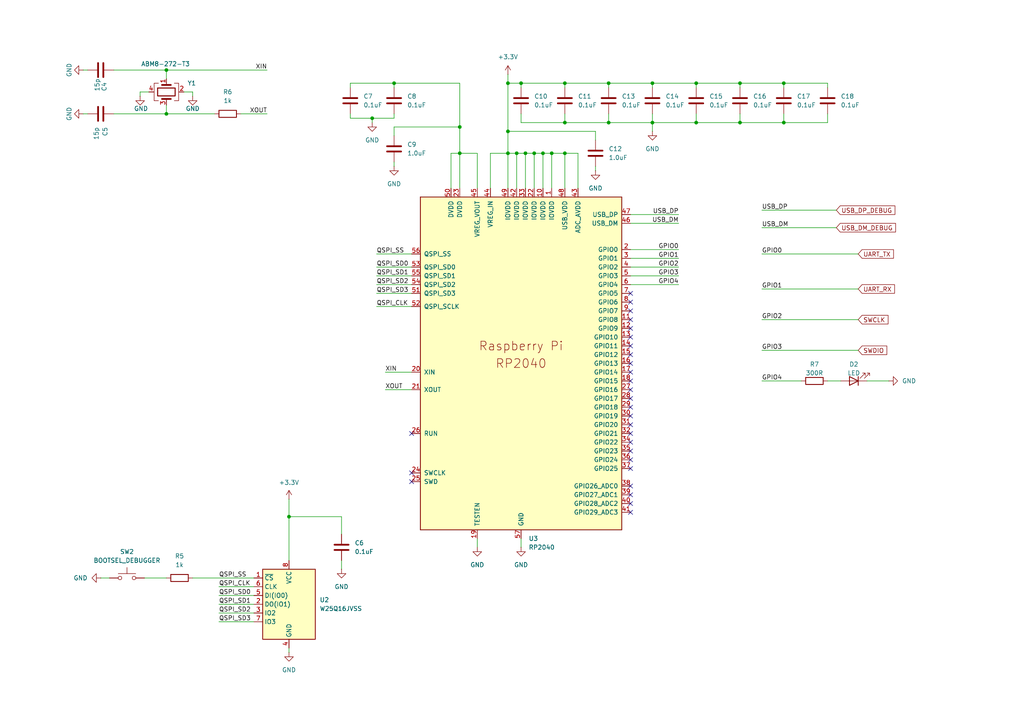
<source format=kicad_sch>
(kicad_sch
	(version 20231120)
	(generator "eeschema")
	(generator_version "8.0")
	(uuid "a2a7551f-ff15-4507-a7a0-1eb666f0c789")
	(paper "A4")
	(lib_symbols
		(symbol "Device:Crystal_GND24"
			(pin_names
				(offset 1.016) hide)
			(exclude_from_sim no)
			(in_bom yes)
			(on_board yes)
			(property "Reference" "Y"
				(at 3.175 5.08 0)
				(effects
					(font
						(size 1.27 1.27)
					)
					(justify left)
				)
			)
			(property "Value" "Crystal_GND24"
				(at 3.175 3.175 0)
				(effects
					(font
						(size 1.27 1.27)
					)
					(justify left)
				)
			)
			(property "Footprint" ""
				(at 0 0 0)
				(effects
					(font
						(size 1.27 1.27)
					)
					(hide yes)
				)
			)
			(property "Datasheet" "~"
				(at 0 0 0)
				(effects
					(font
						(size 1.27 1.27)
					)
					(hide yes)
				)
			)
			(property "Description" "Four pin crystal, GND on pins 2 and 4"
				(at 0 0 0)
				(effects
					(font
						(size 1.27 1.27)
					)
					(hide yes)
				)
			)
			(property "ki_keywords" "quartz ceramic resonator oscillator"
				(at 0 0 0)
				(effects
					(font
						(size 1.27 1.27)
					)
					(hide yes)
				)
			)
			(property "ki_fp_filters" "Crystal*"
				(at 0 0 0)
				(effects
					(font
						(size 1.27 1.27)
					)
					(hide yes)
				)
			)
			(symbol "Crystal_GND24_0_1"
				(rectangle
					(start -1.143 2.54)
					(end 1.143 -2.54)
					(stroke
						(width 0.3048)
						(type default)
					)
					(fill
						(type none)
					)
				)
				(polyline
					(pts
						(xy -2.54 0) (xy -2.032 0)
					)
					(stroke
						(width 0)
						(type default)
					)
					(fill
						(type none)
					)
				)
				(polyline
					(pts
						(xy -2.032 -1.27) (xy -2.032 1.27)
					)
					(stroke
						(width 0.508)
						(type default)
					)
					(fill
						(type none)
					)
				)
				(polyline
					(pts
						(xy 0 -3.81) (xy 0 -3.556)
					)
					(stroke
						(width 0)
						(type default)
					)
					(fill
						(type none)
					)
				)
				(polyline
					(pts
						(xy 0 3.556) (xy 0 3.81)
					)
					(stroke
						(width 0)
						(type default)
					)
					(fill
						(type none)
					)
				)
				(polyline
					(pts
						(xy 2.032 -1.27) (xy 2.032 1.27)
					)
					(stroke
						(width 0.508)
						(type default)
					)
					(fill
						(type none)
					)
				)
				(polyline
					(pts
						(xy 2.032 0) (xy 2.54 0)
					)
					(stroke
						(width 0)
						(type default)
					)
					(fill
						(type none)
					)
				)
				(polyline
					(pts
						(xy -2.54 -2.286) (xy -2.54 -3.556) (xy 2.54 -3.556) (xy 2.54 -2.286)
					)
					(stroke
						(width 0)
						(type default)
					)
					(fill
						(type none)
					)
				)
				(polyline
					(pts
						(xy -2.54 2.286) (xy -2.54 3.556) (xy 2.54 3.556) (xy 2.54 2.286)
					)
					(stroke
						(width 0)
						(type default)
					)
					(fill
						(type none)
					)
				)
			)
			(symbol "Crystal_GND24_1_1"
				(pin passive line
					(at -3.81 0 0)
					(length 1.27)
					(name "1"
						(effects
							(font
								(size 1.27 1.27)
							)
						)
					)
					(number "1"
						(effects
							(font
								(size 1.27 1.27)
							)
						)
					)
				)
				(pin passive line
					(at 0 5.08 270)
					(length 1.27)
					(name "2"
						(effects
							(font
								(size 1.27 1.27)
							)
						)
					)
					(number "2"
						(effects
							(font
								(size 1.27 1.27)
							)
						)
					)
				)
				(pin passive line
					(at 3.81 0 180)
					(length 1.27)
					(name "3"
						(effects
							(font
								(size 1.27 1.27)
							)
						)
					)
					(number "3"
						(effects
							(font
								(size 1.27 1.27)
							)
						)
					)
				)
				(pin passive line
					(at 0 -5.08 90)
					(length 1.27)
					(name "4"
						(effects
							(font
								(size 1.27 1.27)
							)
						)
					)
					(number "4"
						(effects
							(font
								(size 1.27 1.27)
							)
						)
					)
				)
			)
		)
		(symbol "Device:LED"
			(pin_numbers hide)
			(pin_names
				(offset 1.016) hide)
			(exclude_from_sim no)
			(in_bom yes)
			(on_board yes)
			(property "Reference" "D"
				(at 0 2.54 0)
				(effects
					(font
						(size 1.27 1.27)
					)
				)
			)
			(property "Value" "LED"
				(at 0 -2.54 0)
				(effects
					(font
						(size 1.27 1.27)
					)
				)
			)
			(property "Footprint" ""
				(at 0 0 0)
				(effects
					(font
						(size 1.27 1.27)
					)
					(hide yes)
				)
			)
			(property "Datasheet" "~"
				(at 0 0 0)
				(effects
					(font
						(size 1.27 1.27)
					)
					(hide yes)
				)
			)
			(property "Description" "Light emitting diode"
				(at 0 0 0)
				(effects
					(font
						(size 1.27 1.27)
					)
					(hide yes)
				)
			)
			(property "ki_keywords" "LED diode"
				(at 0 0 0)
				(effects
					(font
						(size 1.27 1.27)
					)
					(hide yes)
				)
			)
			(property "ki_fp_filters" "LED* LED_SMD:* LED_THT:*"
				(at 0 0 0)
				(effects
					(font
						(size 1.27 1.27)
					)
					(hide yes)
				)
			)
			(symbol "LED_0_1"
				(polyline
					(pts
						(xy -1.27 -1.27) (xy -1.27 1.27)
					)
					(stroke
						(width 0.254)
						(type default)
					)
					(fill
						(type none)
					)
				)
				(polyline
					(pts
						(xy -1.27 0) (xy 1.27 0)
					)
					(stroke
						(width 0)
						(type default)
					)
					(fill
						(type none)
					)
				)
				(polyline
					(pts
						(xy 1.27 -1.27) (xy 1.27 1.27) (xy -1.27 0) (xy 1.27 -1.27)
					)
					(stroke
						(width 0.254)
						(type default)
					)
					(fill
						(type none)
					)
				)
				(polyline
					(pts
						(xy -3.048 -0.762) (xy -4.572 -2.286) (xy -3.81 -2.286) (xy -4.572 -2.286) (xy -4.572 -1.524)
					)
					(stroke
						(width 0)
						(type default)
					)
					(fill
						(type none)
					)
				)
				(polyline
					(pts
						(xy -1.778 -0.762) (xy -3.302 -2.286) (xy -2.54 -2.286) (xy -3.302 -2.286) (xy -3.302 -1.524)
					)
					(stroke
						(width 0)
						(type default)
					)
					(fill
						(type none)
					)
				)
			)
			(symbol "LED_1_1"
				(pin passive line
					(at -3.81 0 0)
					(length 2.54)
					(name "K"
						(effects
							(font
								(size 1.27 1.27)
							)
						)
					)
					(number "1"
						(effects
							(font
								(size 1.27 1.27)
							)
						)
					)
				)
				(pin passive line
					(at 3.81 0 180)
					(length 2.54)
					(name "A"
						(effects
							(font
								(size 1.27 1.27)
							)
						)
					)
					(number "2"
						(effects
							(font
								(size 1.27 1.27)
							)
						)
					)
				)
			)
		)
		(symbol "MCU_RaspberryPi_RP2040:RP2040"
			(pin_names
				(offset 1.016)
			)
			(exclude_from_sim no)
			(in_bom yes)
			(on_board yes)
			(property "Reference" "U"
				(at -29.21 49.53 0)
				(effects
					(font
						(size 1.27 1.27)
					)
				)
			)
			(property "Value" "RP2040"
				(at 24.13 -49.53 0)
				(effects
					(font
						(size 1.27 1.27)
					)
				)
			)
			(property "Footprint" "RP2040_minimal:RP2040-QFN-56"
				(at -19.05 0 0)
				(effects
					(font
						(size 1.27 1.27)
					)
					(hide yes)
				)
			)
			(property "Datasheet" ""
				(at -19.05 0 0)
				(effects
					(font
						(size 1.27 1.27)
					)
					(hide yes)
				)
			)
			(property "Description" ""
				(at 0 0 0)
				(effects
					(font
						(size 1.27 1.27)
					)
					(hide yes)
				)
			)
			(symbol "RP2040_0_0"
				(text "Raspberry Pi"
					(at 0 5.08 0)
					(effects
						(font
							(size 2.54 2.54)
						)
					)
				)
				(text "RP2040"
					(at 0 0 0)
					(effects
						(font
							(size 2.54 2.54)
						)
					)
				)
			)
			(symbol "RP2040_0_1"
				(rectangle
					(start 29.21 48.26)
					(end -29.21 -48.26)
					(stroke
						(width 0.254)
						(type solid)
					)
					(fill
						(type background)
					)
				)
			)
			(symbol "RP2040_1_1"
				(pin power_in line
					(at 8.89 50.8 270)
					(length 2.54)
					(name "IOVDD"
						(effects
							(font
								(size 1.27 1.27)
							)
						)
					)
					(number "1"
						(effects
							(font
								(size 1.27 1.27)
							)
						)
					)
				)
				(pin power_in line
					(at 6.35 50.8 270)
					(length 2.54)
					(name "IOVDD"
						(effects
							(font
								(size 1.27 1.27)
							)
						)
					)
					(number "10"
						(effects
							(font
								(size 1.27 1.27)
							)
						)
					)
				)
				(pin bidirectional line
					(at 31.75 12.7 180)
					(length 2.54)
					(name "GPIO8"
						(effects
							(font
								(size 1.27 1.27)
							)
						)
					)
					(number "11"
						(effects
							(font
								(size 1.27 1.27)
							)
						)
					)
				)
				(pin bidirectional line
					(at 31.75 10.16 180)
					(length 2.54)
					(name "GPIO9"
						(effects
							(font
								(size 1.27 1.27)
							)
						)
					)
					(number "12"
						(effects
							(font
								(size 1.27 1.27)
							)
						)
					)
				)
				(pin bidirectional line
					(at 31.75 7.62 180)
					(length 2.54)
					(name "GPIO10"
						(effects
							(font
								(size 1.27 1.27)
							)
						)
					)
					(number "13"
						(effects
							(font
								(size 1.27 1.27)
							)
						)
					)
				)
				(pin bidirectional line
					(at 31.75 5.08 180)
					(length 2.54)
					(name "GPIO11"
						(effects
							(font
								(size 1.27 1.27)
							)
						)
					)
					(number "14"
						(effects
							(font
								(size 1.27 1.27)
							)
						)
					)
				)
				(pin bidirectional line
					(at 31.75 2.54 180)
					(length 2.54)
					(name "GPIO12"
						(effects
							(font
								(size 1.27 1.27)
							)
						)
					)
					(number "15"
						(effects
							(font
								(size 1.27 1.27)
							)
						)
					)
				)
				(pin bidirectional line
					(at 31.75 0 180)
					(length 2.54)
					(name "GPIO13"
						(effects
							(font
								(size 1.27 1.27)
							)
						)
					)
					(number "16"
						(effects
							(font
								(size 1.27 1.27)
							)
						)
					)
				)
				(pin bidirectional line
					(at 31.75 -2.54 180)
					(length 2.54)
					(name "GPIO14"
						(effects
							(font
								(size 1.27 1.27)
							)
						)
					)
					(number "17"
						(effects
							(font
								(size 1.27 1.27)
							)
						)
					)
				)
				(pin bidirectional line
					(at 31.75 -5.08 180)
					(length 2.54)
					(name "GPIO15"
						(effects
							(font
								(size 1.27 1.27)
							)
						)
					)
					(number "18"
						(effects
							(font
								(size 1.27 1.27)
							)
						)
					)
				)
				(pin passive line
					(at -12.7 -50.8 90)
					(length 2.54)
					(name "TESTEN"
						(effects
							(font
								(size 1.27 1.27)
							)
						)
					)
					(number "19"
						(effects
							(font
								(size 1.27 1.27)
							)
						)
					)
				)
				(pin bidirectional line
					(at 31.75 33.02 180)
					(length 2.54)
					(name "GPIO0"
						(effects
							(font
								(size 1.27 1.27)
							)
						)
					)
					(number "2"
						(effects
							(font
								(size 1.27 1.27)
							)
						)
					)
				)
				(pin input line
					(at -31.75 -2.54 0)
					(length 2.54)
					(name "XIN"
						(effects
							(font
								(size 1.27 1.27)
							)
						)
					)
					(number "20"
						(effects
							(font
								(size 1.27 1.27)
							)
						)
					)
				)
				(pin passive line
					(at -31.75 -7.62 0)
					(length 2.54)
					(name "XOUT"
						(effects
							(font
								(size 1.27 1.27)
							)
						)
					)
					(number "21"
						(effects
							(font
								(size 1.27 1.27)
							)
						)
					)
				)
				(pin power_in line
					(at 3.81 50.8 270)
					(length 2.54)
					(name "IOVDD"
						(effects
							(font
								(size 1.27 1.27)
							)
						)
					)
					(number "22"
						(effects
							(font
								(size 1.27 1.27)
							)
						)
					)
				)
				(pin power_in line
					(at -17.78 50.8 270)
					(length 2.54)
					(name "DVDD"
						(effects
							(font
								(size 1.27 1.27)
							)
						)
					)
					(number "23"
						(effects
							(font
								(size 1.27 1.27)
							)
						)
					)
				)
				(pin output line
					(at -31.75 -31.75 0)
					(length 2.54)
					(name "SWCLK"
						(effects
							(font
								(size 1.27 1.27)
							)
						)
					)
					(number "24"
						(effects
							(font
								(size 1.27 1.27)
							)
						)
					)
				)
				(pin bidirectional line
					(at -31.75 -34.29 0)
					(length 2.54)
					(name "SWD"
						(effects
							(font
								(size 1.27 1.27)
							)
						)
					)
					(number "25"
						(effects
							(font
								(size 1.27 1.27)
							)
						)
					)
				)
				(pin input line
					(at -31.75 -20.32 0)
					(length 2.54)
					(name "RUN"
						(effects
							(font
								(size 1.27 1.27)
							)
						)
					)
					(number "26"
						(effects
							(font
								(size 1.27 1.27)
							)
						)
					)
				)
				(pin bidirectional line
					(at 31.75 -7.62 180)
					(length 2.54)
					(name "GPIO16"
						(effects
							(font
								(size 1.27 1.27)
							)
						)
					)
					(number "27"
						(effects
							(font
								(size 1.27 1.27)
							)
						)
					)
				)
				(pin bidirectional line
					(at 31.75 -10.16 180)
					(length 2.54)
					(name "GPIO17"
						(effects
							(font
								(size 1.27 1.27)
							)
						)
					)
					(number "28"
						(effects
							(font
								(size 1.27 1.27)
							)
						)
					)
				)
				(pin bidirectional line
					(at 31.75 -12.7 180)
					(length 2.54)
					(name "GPIO18"
						(effects
							(font
								(size 1.27 1.27)
							)
						)
					)
					(number "29"
						(effects
							(font
								(size 1.27 1.27)
							)
						)
					)
				)
				(pin bidirectional line
					(at 31.75 30.48 180)
					(length 2.54)
					(name "GPIO1"
						(effects
							(font
								(size 1.27 1.27)
							)
						)
					)
					(number "3"
						(effects
							(font
								(size 1.27 1.27)
							)
						)
					)
				)
				(pin bidirectional line
					(at 31.75 -15.24 180)
					(length 2.54)
					(name "GPIO19"
						(effects
							(font
								(size 1.27 1.27)
							)
						)
					)
					(number "30"
						(effects
							(font
								(size 1.27 1.27)
							)
						)
					)
				)
				(pin bidirectional line
					(at 31.75 -17.78 180)
					(length 2.54)
					(name "GPIO20"
						(effects
							(font
								(size 1.27 1.27)
							)
						)
					)
					(number "31"
						(effects
							(font
								(size 1.27 1.27)
							)
						)
					)
				)
				(pin bidirectional line
					(at 31.75 -20.32 180)
					(length 2.54)
					(name "GPIO21"
						(effects
							(font
								(size 1.27 1.27)
							)
						)
					)
					(number "32"
						(effects
							(font
								(size 1.27 1.27)
							)
						)
					)
				)
				(pin power_in line
					(at 1.27 50.8 270)
					(length 2.54)
					(name "IOVDD"
						(effects
							(font
								(size 1.27 1.27)
							)
						)
					)
					(number "33"
						(effects
							(font
								(size 1.27 1.27)
							)
						)
					)
				)
				(pin bidirectional line
					(at 31.75 -22.86 180)
					(length 2.54)
					(name "GPIO22"
						(effects
							(font
								(size 1.27 1.27)
							)
						)
					)
					(number "34"
						(effects
							(font
								(size 1.27 1.27)
							)
						)
					)
				)
				(pin bidirectional line
					(at 31.75 -25.4 180)
					(length 2.54)
					(name "GPIO23"
						(effects
							(font
								(size 1.27 1.27)
							)
						)
					)
					(number "35"
						(effects
							(font
								(size 1.27 1.27)
							)
						)
					)
				)
				(pin bidirectional line
					(at 31.75 -27.94 180)
					(length 2.54)
					(name "GPIO24"
						(effects
							(font
								(size 1.27 1.27)
							)
						)
					)
					(number "36"
						(effects
							(font
								(size 1.27 1.27)
							)
						)
					)
				)
				(pin bidirectional line
					(at 31.75 -30.48 180)
					(length 2.54)
					(name "GPIO25"
						(effects
							(font
								(size 1.27 1.27)
							)
						)
					)
					(number "37"
						(effects
							(font
								(size 1.27 1.27)
							)
						)
					)
				)
				(pin bidirectional line
					(at 31.75 -35.56 180)
					(length 2.54)
					(name "GPIO26_ADC0"
						(effects
							(font
								(size 1.27 1.27)
							)
						)
					)
					(number "38"
						(effects
							(font
								(size 1.27 1.27)
							)
						)
					)
				)
				(pin bidirectional line
					(at 31.75 -38.1 180)
					(length 2.54)
					(name "GPIO27_ADC1"
						(effects
							(font
								(size 1.27 1.27)
							)
						)
					)
					(number "39"
						(effects
							(font
								(size 1.27 1.27)
							)
						)
					)
				)
				(pin bidirectional line
					(at 31.75 27.94 180)
					(length 2.54)
					(name "GPIO2"
						(effects
							(font
								(size 1.27 1.27)
							)
						)
					)
					(number "4"
						(effects
							(font
								(size 1.27 1.27)
							)
						)
					)
				)
				(pin bidirectional line
					(at 31.75 -40.64 180)
					(length 2.54)
					(name "GPIO28_ADC2"
						(effects
							(font
								(size 1.27 1.27)
							)
						)
					)
					(number "40"
						(effects
							(font
								(size 1.27 1.27)
							)
						)
					)
				)
				(pin bidirectional line
					(at 31.75 -43.18 180)
					(length 2.54)
					(name "GPIO29_ADC3"
						(effects
							(font
								(size 1.27 1.27)
							)
						)
					)
					(number "41"
						(effects
							(font
								(size 1.27 1.27)
							)
						)
					)
				)
				(pin power_in line
					(at -1.27 50.8 270)
					(length 2.54)
					(name "IOVDD"
						(effects
							(font
								(size 1.27 1.27)
							)
						)
					)
					(number "42"
						(effects
							(font
								(size 1.27 1.27)
							)
						)
					)
				)
				(pin power_in line
					(at 16.51 50.8 270)
					(length 2.54)
					(name "ADC_AVDD"
						(effects
							(font
								(size 1.27 1.27)
							)
						)
					)
					(number "43"
						(effects
							(font
								(size 1.27 1.27)
							)
						)
					)
				)
				(pin power_in line
					(at -8.89 50.8 270)
					(length 2.54)
					(name "VREG_IN"
						(effects
							(font
								(size 1.27 1.27)
							)
						)
					)
					(number "44"
						(effects
							(font
								(size 1.27 1.27)
							)
						)
					)
				)
				(pin power_out line
					(at -12.7 50.8 270)
					(length 2.54)
					(name "VREG_VOUT"
						(effects
							(font
								(size 1.27 1.27)
							)
						)
					)
					(number "45"
						(effects
							(font
								(size 1.27 1.27)
							)
						)
					)
				)
				(pin bidirectional line
					(at 31.75 40.64 180)
					(length 2.54)
					(name "USB_DM"
						(effects
							(font
								(size 1.27 1.27)
							)
						)
					)
					(number "46"
						(effects
							(font
								(size 1.27 1.27)
							)
						)
					)
				)
				(pin bidirectional line
					(at 31.75 43.18 180)
					(length 2.54)
					(name "USB_DP"
						(effects
							(font
								(size 1.27 1.27)
							)
						)
					)
					(number "47"
						(effects
							(font
								(size 1.27 1.27)
							)
						)
					)
				)
				(pin power_in line
					(at 12.7 50.8 270)
					(length 2.54)
					(name "USB_VDD"
						(effects
							(font
								(size 1.27 1.27)
							)
						)
					)
					(number "48"
						(effects
							(font
								(size 1.27 1.27)
							)
						)
					)
				)
				(pin power_in line
					(at -3.81 50.8 270)
					(length 2.54)
					(name "IOVDD"
						(effects
							(font
								(size 1.27 1.27)
							)
						)
					)
					(number "49"
						(effects
							(font
								(size 1.27 1.27)
							)
						)
					)
				)
				(pin bidirectional line
					(at 31.75 25.4 180)
					(length 2.54)
					(name "GPIO3"
						(effects
							(font
								(size 1.27 1.27)
							)
						)
					)
					(number "5"
						(effects
							(font
								(size 1.27 1.27)
							)
						)
					)
				)
				(pin power_in line
					(at -20.32 50.8 270)
					(length 2.54)
					(name "DVDD"
						(effects
							(font
								(size 1.27 1.27)
							)
						)
					)
					(number "50"
						(effects
							(font
								(size 1.27 1.27)
							)
						)
					)
				)
				(pin bidirectional line
					(at -31.75 20.32 0)
					(length 2.54)
					(name "QSPI_SD3"
						(effects
							(font
								(size 1.27 1.27)
							)
						)
					)
					(number "51"
						(effects
							(font
								(size 1.27 1.27)
							)
						)
					)
				)
				(pin output line
					(at -31.75 16.51 0)
					(length 2.54)
					(name "QSPI_SCLK"
						(effects
							(font
								(size 1.27 1.27)
							)
						)
					)
					(number "52"
						(effects
							(font
								(size 1.27 1.27)
							)
						)
					)
				)
				(pin bidirectional line
					(at -31.75 27.94 0)
					(length 2.54)
					(name "QSPI_SD0"
						(effects
							(font
								(size 1.27 1.27)
							)
						)
					)
					(number "53"
						(effects
							(font
								(size 1.27 1.27)
							)
						)
					)
				)
				(pin bidirectional line
					(at -31.75 22.86 0)
					(length 2.54)
					(name "QSPI_SD2"
						(effects
							(font
								(size 1.27 1.27)
							)
						)
					)
					(number "54"
						(effects
							(font
								(size 1.27 1.27)
							)
						)
					)
				)
				(pin bidirectional line
					(at -31.75 25.4 0)
					(length 2.54)
					(name "QSPI_SD1"
						(effects
							(font
								(size 1.27 1.27)
							)
						)
					)
					(number "55"
						(effects
							(font
								(size 1.27 1.27)
							)
						)
					)
				)
				(pin bidirectional line
					(at -31.75 31.75 0)
					(length 2.54)
					(name "QSPI_SS"
						(effects
							(font
								(size 1.27 1.27)
							)
						)
					)
					(number "56"
						(effects
							(font
								(size 1.27 1.27)
							)
						)
					)
				)
				(pin power_in line
					(at 0 -50.8 90)
					(length 2.54)
					(name "GND"
						(effects
							(font
								(size 1.27 1.27)
							)
						)
					)
					(number "57"
						(effects
							(font
								(size 1.27 1.27)
							)
						)
					)
				)
				(pin bidirectional line
					(at 31.75 22.86 180)
					(length 2.54)
					(name "GPIO4"
						(effects
							(font
								(size 1.27 1.27)
							)
						)
					)
					(number "6"
						(effects
							(font
								(size 1.27 1.27)
							)
						)
					)
				)
				(pin bidirectional line
					(at 31.75 20.32 180)
					(length 2.54)
					(name "GPIO5"
						(effects
							(font
								(size 1.27 1.27)
							)
						)
					)
					(number "7"
						(effects
							(font
								(size 1.27 1.27)
							)
						)
					)
				)
				(pin bidirectional line
					(at 31.75 17.78 180)
					(length 2.54)
					(name "GPIO6"
						(effects
							(font
								(size 1.27 1.27)
							)
						)
					)
					(number "8"
						(effects
							(font
								(size 1.27 1.27)
							)
						)
					)
				)
				(pin bidirectional line
					(at 31.75 15.24 180)
					(length 2.54)
					(name "GPIO7"
						(effects
							(font
								(size 1.27 1.27)
							)
						)
					)
					(number "9"
						(effects
							(font
								(size 1.27 1.27)
							)
						)
					)
				)
			)
		)
		(symbol "Memory_Flash:W25Q16JVSS"
			(exclude_from_sim no)
			(in_bom yes)
			(on_board yes)
			(property "Reference" "U"
				(at -6.35 11.43 0)
				(effects
					(font
						(size 1.27 1.27)
					)
				)
			)
			(property "Value" "W25Q16JVSS"
				(at 7.62 11.43 0)
				(effects
					(font
						(size 1.27 1.27)
					)
				)
			)
			(property "Footprint" "Package_SO:SOIC-8_5.23x5.23mm_P1.27mm"
				(at 0 0 0)
				(effects
					(font
						(size 1.27 1.27)
					)
					(hide yes)
				)
			)
			(property "Datasheet" "https://www.winbond.com/hq/support/documentation/levelOne.jsp?__locale=en&DocNo=DA00-W25Q16JV.1"
				(at 0 0 0)
				(effects
					(font
						(size 1.27 1.27)
					)
					(hide yes)
				)
			)
			(property "Description" "16Mb Serial Flash Memory, Standard/Dual/Quad SPI, SOIC-8"
				(at 0 0 0)
				(effects
					(font
						(size 1.27 1.27)
					)
					(hide yes)
				)
			)
			(property "ki_keywords" "flash memory SPI"
				(at 0 0 0)
				(effects
					(font
						(size 1.27 1.27)
					)
					(hide yes)
				)
			)
			(property "ki_fp_filters" "SOIC*5.23x5.23mm*P1.27mm*"
				(at 0 0 0)
				(effects
					(font
						(size 1.27 1.27)
					)
					(hide yes)
				)
			)
			(symbol "W25Q16JVSS_0_1"
				(rectangle
					(start -7.62 10.16)
					(end 7.62 -10.16)
					(stroke
						(width 0.254)
						(type default)
					)
					(fill
						(type background)
					)
				)
			)
			(symbol "W25Q16JVSS_1_1"
				(pin input line
					(at -10.16 7.62 0)
					(length 2.54)
					(name "~{CS}"
						(effects
							(font
								(size 1.27 1.27)
							)
						)
					)
					(number "1"
						(effects
							(font
								(size 1.27 1.27)
							)
						)
					)
				)
				(pin bidirectional line
					(at -10.16 0 0)
					(length 2.54)
					(name "DO(IO1)"
						(effects
							(font
								(size 1.27 1.27)
							)
						)
					)
					(number "2"
						(effects
							(font
								(size 1.27 1.27)
							)
						)
					)
				)
				(pin bidirectional line
					(at -10.16 -2.54 0)
					(length 2.54)
					(name "IO2"
						(effects
							(font
								(size 1.27 1.27)
							)
						)
					)
					(number "3"
						(effects
							(font
								(size 1.27 1.27)
							)
						)
					)
				)
				(pin power_in line
					(at 0 -12.7 90)
					(length 2.54)
					(name "GND"
						(effects
							(font
								(size 1.27 1.27)
							)
						)
					)
					(number "4"
						(effects
							(font
								(size 1.27 1.27)
							)
						)
					)
				)
				(pin bidirectional line
					(at -10.16 2.54 0)
					(length 2.54)
					(name "DI(IO0)"
						(effects
							(font
								(size 1.27 1.27)
							)
						)
					)
					(number "5"
						(effects
							(font
								(size 1.27 1.27)
							)
						)
					)
				)
				(pin input line
					(at -10.16 5.08 0)
					(length 2.54)
					(name "CLK"
						(effects
							(font
								(size 1.27 1.27)
							)
						)
					)
					(number "6"
						(effects
							(font
								(size 1.27 1.27)
							)
						)
					)
				)
				(pin bidirectional line
					(at -10.16 -5.08 0)
					(length 2.54)
					(name "IO3"
						(effects
							(font
								(size 1.27 1.27)
							)
						)
					)
					(number "7"
						(effects
							(font
								(size 1.27 1.27)
							)
						)
					)
				)
				(pin power_in line
					(at 0 12.7 270)
					(length 2.54)
					(name "VCC"
						(effects
							(font
								(size 1.27 1.27)
							)
						)
					)
					(number "8"
						(effects
							(font
								(size 1.27 1.27)
							)
						)
					)
				)
			)
		)
		(symbol "PCM_Capacitor_AKL:C_0603"
			(pin_numbers hide)
			(pin_names
				(offset 0.254)
			)
			(exclude_from_sim no)
			(in_bom yes)
			(on_board yes)
			(property "Reference" "C"
				(at 0.635 2.54 0)
				(effects
					(font
						(size 1.27 1.27)
					)
					(justify left)
				)
			)
			(property "Value" "C_0603"
				(at 0.635 -2.54 0)
				(effects
					(font
						(size 1.27 1.27)
					)
					(justify left)
				)
			)
			(property "Footprint" "Capacitor_SMD_AKL:C_0603_1608Metric"
				(at 0.9652 -3.81 0)
				(effects
					(font
						(size 1.27 1.27)
					)
					(hide yes)
				)
			)
			(property "Datasheet" "~"
				(at 0 0 0)
				(effects
					(font
						(size 1.27 1.27)
					)
					(hide yes)
				)
			)
			(property "Description" "SMD 0603 MLCC capacitor, Alternate KiCad Library"
				(at 0 0 0)
				(effects
					(font
						(size 1.27 1.27)
					)
					(hide yes)
				)
			)
			(property "ki_keywords" "cap capacitor ceramic chip mlcc smd 0603"
				(at 0 0 0)
				(effects
					(font
						(size 1.27 1.27)
					)
					(hide yes)
				)
			)
			(property "ki_fp_filters" "C_*"
				(at 0 0 0)
				(effects
					(font
						(size 1.27 1.27)
					)
					(hide yes)
				)
			)
			(symbol "C_0603_0_1"
				(polyline
					(pts
						(xy -2.032 -0.762) (xy 2.032 -0.762)
					)
					(stroke
						(width 0.508)
						(type default)
					)
					(fill
						(type none)
					)
				)
				(polyline
					(pts
						(xy -2.032 0.762) (xy 2.032 0.762)
					)
					(stroke
						(width 0.508)
						(type default)
					)
					(fill
						(type none)
					)
				)
			)
			(symbol "C_0603_1_1"
				(pin passive line
					(at 0 3.81 270)
					(length 2.794)
					(name "~"
						(effects
							(font
								(size 1.27 1.27)
							)
						)
					)
					(number "1"
						(effects
							(font
								(size 1.27 1.27)
							)
						)
					)
				)
				(pin passive line
					(at 0 -3.81 90)
					(length 2.794)
					(name "~"
						(effects
							(font
								(size 1.27 1.27)
							)
						)
					)
					(number "2"
						(effects
							(font
								(size 1.27 1.27)
							)
						)
					)
				)
			)
		)
		(symbol "PCM_Capacitor_AKL:C_Generic"
			(pin_numbers hide)
			(pin_names
				(offset 0.254)
			)
			(exclude_from_sim no)
			(in_bom yes)
			(on_board yes)
			(property "Reference" "C"
				(at 0.635 2.54 0)
				(effects
					(font
						(size 1.27 1.27)
					)
					(justify left)
				)
			)
			(property "Value" "C_Generic"
				(at 0.635 -2.54 0)
				(effects
					(font
						(size 1.27 1.27)
					)
					(justify left)
				)
			)
			(property "Footprint" ""
				(at 0.9652 -3.81 0)
				(effects
					(font
						(size 1.27 1.27)
					)
					(hide yes)
				)
			)
			(property "Datasheet" "~"
				(at 0 0 0)
				(effects
					(font
						(size 1.27 1.27)
					)
					(hide yes)
				)
			)
			(property "Description" "Unpolarized capacitor, Generic Symbol, Alternate KiCad Library"
				(at 0 0 0)
				(effects
					(font
						(size 1.27 1.27)
					)
					(hide yes)
				)
			)
			(property "ki_keywords" "cap capacitor generic"
				(at 0 0 0)
				(effects
					(font
						(size 1.27 1.27)
					)
					(hide yes)
				)
			)
			(property "ki_fp_filters" "C_*"
				(at 0 0 0)
				(effects
					(font
						(size 1.27 1.27)
					)
					(hide yes)
				)
			)
			(symbol "C_Generic_0_1"
				(polyline
					(pts
						(xy -2.032 -0.762) (xy 2.032 -0.762)
					)
					(stroke
						(width 0.508)
						(type default)
					)
					(fill
						(type none)
					)
				)
				(polyline
					(pts
						(xy -2.032 0.762) (xy 2.032 0.762)
					)
					(stroke
						(width 0.508)
						(type default)
					)
					(fill
						(type none)
					)
				)
			)
			(symbol "C_Generic_1_1"
				(pin passive line
					(at 0 3.81 270)
					(length 2.794)
					(name "~"
						(effects
							(font
								(size 1.27 1.27)
							)
						)
					)
					(number "1"
						(effects
							(font
								(size 1.27 1.27)
							)
						)
					)
				)
				(pin passive line
					(at 0 -3.81 90)
					(length 2.794)
					(name "~"
						(effects
							(font
								(size 1.27 1.27)
							)
						)
					)
					(number "2"
						(effects
							(font
								(size 1.27 1.27)
							)
						)
					)
				)
			)
		)
		(symbol "PCM_Resistor_AKL:R_Generic"
			(pin_numbers hide)
			(pin_names
				(offset 0)
			)
			(exclude_from_sim no)
			(in_bom yes)
			(on_board yes)
			(property "Reference" "R"
				(at 2.54 1.27 0)
				(effects
					(font
						(size 1.27 1.27)
					)
					(justify left)
				)
			)
			(property "Value" "R_Generic"
				(at 2.54 -1.27 0)
				(effects
					(font
						(size 1.27 1.27)
					)
					(justify left)
				)
			)
			(property "Footprint" ""
				(at -1.778 0 90)
				(effects
					(font
						(size 1.27 1.27)
					)
					(hide yes)
				)
			)
			(property "Datasheet" "~"
				(at 0 0 0)
				(effects
					(font
						(size 1.27 1.27)
					)
					(hide yes)
				)
			)
			(property "Description" "Resistor, Generic European Symbol, Alternate KiCad Library"
				(at 0 0 0)
				(effects
					(font
						(size 1.27 1.27)
					)
					(hide yes)
				)
			)
			(property "ki_keywords" "R res resistor eu"
				(at 0 0 0)
				(effects
					(font
						(size 1.27 1.27)
					)
					(hide yes)
				)
			)
			(property "ki_fp_filters" "R_*"
				(at 0 0 0)
				(effects
					(font
						(size 1.27 1.27)
					)
					(hide yes)
				)
			)
			(symbol "R_Generic_0_1"
				(rectangle
					(start -1.016 -2.54)
					(end 1.016 2.54)
					(stroke
						(width 0.254)
						(type default)
					)
					(fill
						(type none)
					)
				)
			)
			(symbol "R_Generic_1_1"
				(pin passive line
					(at 0 3.81 270)
					(length 1.27)
					(name "~"
						(effects
							(font
								(size 1.27 1.27)
							)
						)
					)
					(number "1"
						(effects
							(font
								(size 1.27 1.27)
							)
						)
					)
				)
				(pin passive line
					(at 0 -3.81 90)
					(length 1.27)
					(name "~"
						(effects
							(font
								(size 1.27 1.27)
							)
						)
					)
					(number "2"
						(effects
							(font
								(size 1.27 1.27)
							)
						)
					)
				)
			)
		)
		(symbol "Switch:SW_Push"
			(pin_numbers hide)
			(pin_names
				(offset 1.016) hide)
			(exclude_from_sim no)
			(in_bom yes)
			(on_board yes)
			(property "Reference" "SW"
				(at 1.27 2.54 0)
				(effects
					(font
						(size 1.27 1.27)
					)
					(justify left)
				)
			)
			(property "Value" "SW_Push"
				(at 0 -1.524 0)
				(effects
					(font
						(size 1.27 1.27)
					)
				)
			)
			(property "Footprint" ""
				(at 0 5.08 0)
				(effects
					(font
						(size 1.27 1.27)
					)
					(hide yes)
				)
			)
			(property "Datasheet" "~"
				(at 0 5.08 0)
				(effects
					(font
						(size 1.27 1.27)
					)
					(hide yes)
				)
			)
			(property "Description" "Push button switch, generic, two pins"
				(at 0 0 0)
				(effects
					(font
						(size 1.27 1.27)
					)
					(hide yes)
				)
			)
			(property "ki_keywords" "switch normally-open pushbutton push-button"
				(at 0 0 0)
				(effects
					(font
						(size 1.27 1.27)
					)
					(hide yes)
				)
			)
			(symbol "SW_Push_0_1"
				(circle
					(center -2.032 0)
					(radius 0.508)
					(stroke
						(width 0)
						(type default)
					)
					(fill
						(type none)
					)
				)
				(polyline
					(pts
						(xy 0 1.27) (xy 0 3.048)
					)
					(stroke
						(width 0)
						(type default)
					)
					(fill
						(type none)
					)
				)
				(polyline
					(pts
						(xy 2.54 1.27) (xy -2.54 1.27)
					)
					(stroke
						(width 0)
						(type default)
					)
					(fill
						(type none)
					)
				)
				(circle
					(center 2.032 0)
					(radius 0.508)
					(stroke
						(width 0)
						(type default)
					)
					(fill
						(type none)
					)
				)
				(pin passive line
					(at -5.08 0 0)
					(length 2.54)
					(name "1"
						(effects
							(font
								(size 1.27 1.27)
							)
						)
					)
					(number "1"
						(effects
							(font
								(size 1.27 1.27)
							)
						)
					)
				)
				(pin passive line
					(at 5.08 0 180)
					(length 2.54)
					(name "2"
						(effects
							(font
								(size 1.27 1.27)
							)
						)
					)
					(number "2"
						(effects
							(font
								(size 1.27 1.27)
							)
						)
					)
				)
			)
		)
		(symbol "power:+3.3V"
			(power)
			(pin_numbers hide)
			(pin_names
				(offset 0) hide)
			(exclude_from_sim no)
			(in_bom yes)
			(on_board yes)
			(property "Reference" "#PWR"
				(at 0 -3.81 0)
				(effects
					(font
						(size 1.27 1.27)
					)
					(hide yes)
				)
			)
			(property "Value" "+3.3V"
				(at 0 3.556 0)
				(effects
					(font
						(size 1.27 1.27)
					)
				)
			)
			(property "Footprint" ""
				(at 0 0 0)
				(effects
					(font
						(size 1.27 1.27)
					)
					(hide yes)
				)
			)
			(property "Datasheet" ""
				(at 0 0 0)
				(effects
					(font
						(size 1.27 1.27)
					)
					(hide yes)
				)
			)
			(property "Description" "Power symbol creates a global label with name \"+3.3V\""
				(at 0 0 0)
				(effects
					(font
						(size 1.27 1.27)
					)
					(hide yes)
				)
			)
			(property "ki_keywords" "global power"
				(at 0 0 0)
				(effects
					(font
						(size 1.27 1.27)
					)
					(hide yes)
				)
			)
			(symbol "+3.3V_0_1"
				(polyline
					(pts
						(xy -0.762 1.27) (xy 0 2.54)
					)
					(stroke
						(width 0)
						(type default)
					)
					(fill
						(type none)
					)
				)
				(polyline
					(pts
						(xy 0 0) (xy 0 2.54)
					)
					(stroke
						(width 0)
						(type default)
					)
					(fill
						(type none)
					)
				)
				(polyline
					(pts
						(xy 0 2.54) (xy 0.762 1.27)
					)
					(stroke
						(width 0)
						(type default)
					)
					(fill
						(type none)
					)
				)
			)
			(symbol "+3.3V_1_1"
				(pin power_in line
					(at 0 0 90)
					(length 0)
					(name "~"
						(effects
							(font
								(size 1.27 1.27)
							)
						)
					)
					(number "1"
						(effects
							(font
								(size 1.27 1.27)
							)
						)
					)
				)
			)
		)
		(symbol "power:GND"
			(power)
			(pin_numbers hide)
			(pin_names
				(offset 0) hide)
			(exclude_from_sim no)
			(in_bom yes)
			(on_board yes)
			(property "Reference" "#PWR"
				(at 0 -6.35 0)
				(effects
					(font
						(size 1.27 1.27)
					)
					(hide yes)
				)
			)
			(property "Value" "GND"
				(at 0 -3.81 0)
				(effects
					(font
						(size 1.27 1.27)
					)
				)
			)
			(property "Footprint" ""
				(at 0 0 0)
				(effects
					(font
						(size 1.27 1.27)
					)
					(hide yes)
				)
			)
			(property "Datasheet" ""
				(at 0 0 0)
				(effects
					(font
						(size 1.27 1.27)
					)
					(hide yes)
				)
			)
			(property "Description" "Power symbol creates a global label with name \"GND\" , ground"
				(at 0 0 0)
				(effects
					(font
						(size 1.27 1.27)
					)
					(hide yes)
				)
			)
			(property "ki_keywords" "global power"
				(at 0 0 0)
				(effects
					(font
						(size 1.27 1.27)
					)
					(hide yes)
				)
			)
			(symbol "GND_0_1"
				(polyline
					(pts
						(xy 0 0) (xy 0 -1.27) (xy 1.27 -1.27) (xy 0 -2.54) (xy -1.27 -1.27) (xy 0 -1.27)
					)
					(stroke
						(width 0)
						(type default)
					)
					(fill
						(type none)
					)
				)
			)
			(symbol "GND_1_1"
				(pin power_in line
					(at 0 0 270)
					(length 0)
					(name "~"
						(effects
							(font
								(size 1.27 1.27)
							)
						)
					)
					(number "1"
						(effects
							(font
								(size 1.27 1.27)
							)
						)
					)
				)
			)
		)
	)
	(junction
		(at 114.3 24.13)
		(diameter 0)
		(color 0 0 0 0)
		(uuid "02c7de1e-2088-42c6-a428-0239f6caf99a")
	)
	(junction
		(at 107.95 34.29)
		(diameter 0)
		(color 0 0 0 0)
		(uuid "0b4922f4-8f6a-47ea-954a-890aec8593c4")
	)
	(junction
		(at 149.86 44.45)
		(diameter 0)
		(color 0 0 0 0)
		(uuid "0bf5d10e-e24d-4171-966d-f8cc38fd7001")
	)
	(junction
		(at 163.83 44.45)
		(diameter 0)
		(color 0 0 0 0)
		(uuid "0e2c6d2d-4cc5-4b94-a3b4-939b46ac2ad1")
	)
	(junction
		(at 147.32 44.45)
		(diameter 0)
		(color 0 0 0 0)
		(uuid "1b333ad5-610c-4472-bdc2-075c5fb8bb1b")
	)
	(junction
		(at 48.26 33.02)
		(diameter 0)
		(color 0 0 0 0)
		(uuid "2720bb8c-fdbe-44b3-b274-346ca31c302b")
	)
	(junction
		(at 189.23 24.13)
		(diameter 0)
		(color 0 0 0 0)
		(uuid "2e133f55-7868-41f1-a0ee-8dd550c447ce")
	)
	(junction
		(at 151.13 24.13)
		(diameter 0)
		(color 0 0 0 0)
		(uuid "34775b83-8b28-4d4d-ae79-f9358853dab3")
	)
	(junction
		(at 48.26 20.32)
		(diameter 0)
		(color 0 0 0 0)
		(uuid "5032d75c-52d9-498b-bead-dfd88a08a9fb")
	)
	(junction
		(at 201.93 24.13)
		(diameter 0)
		(color 0 0 0 0)
		(uuid "5653fde6-bc47-40a4-8d04-04ba5a90f286")
	)
	(junction
		(at 133.35 36.83)
		(diameter 0)
		(color 0 0 0 0)
		(uuid "566ac390-4151-4104-80ca-88e481b7dff5")
	)
	(junction
		(at 227.33 24.13)
		(diameter 0)
		(color 0 0 0 0)
		(uuid "579239ac-40d2-4f2c-a6d7-0065c711903c")
	)
	(junction
		(at 83.82 149.86)
		(diameter 0)
		(color 0 0 0 0)
		(uuid "60b6f793-a3eb-4b78-943b-a04eeacd39c6")
	)
	(junction
		(at 201.93 35.56)
		(diameter 0)
		(color 0 0 0 0)
		(uuid "63f0001a-729a-4f32-99f9-dbd31a4a9937")
	)
	(junction
		(at 163.83 24.13)
		(diameter 0)
		(color 0 0 0 0)
		(uuid "67036634-476a-4bdc-86df-61e80f05be07")
	)
	(junction
		(at 160.02 44.45)
		(diameter 0)
		(color 0 0 0 0)
		(uuid "691c0c36-19cd-4604-bfff-eafc78500201")
	)
	(junction
		(at 147.32 24.13)
		(diameter 0)
		(color 0 0 0 0)
		(uuid "7c409cc2-2f90-4c76-8422-0e6baac66457")
	)
	(junction
		(at 176.53 35.56)
		(diameter 0)
		(color 0 0 0 0)
		(uuid "82c6d824-131e-4aeb-89d9-2e5d567c3f95")
	)
	(junction
		(at 154.94 44.45)
		(diameter 0)
		(color 0 0 0 0)
		(uuid "8c7fce7a-71cd-47e7-a162-a729b03a7498")
	)
	(junction
		(at 227.33 35.56)
		(diameter 0)
		(color 0 0 0 0)
		(uuid "9e84ec5f-25d7-4eae-88c7-4b14e60ee8b6")
	)
	(junction
		(at 214.63 24.13)
		(diameter 0)
		(color 0 0 0 0)
		(uuid "a1216ac8-3748-4219-8f8e-97b78bd6ae30")
	)
	(junction
		(at 176.53 24.13)
		(diameter 0)
		(color 0 0 0 0)
		(uuid "c5a976a9-e17e-426e-845d-3fe271ef01c8")
	)
	(junction
		(at 189.23 35.56)
		(diameter 0)
		(color 0 0 0 0)
		(uuid "d1430a9e-6111-4d30-a77e-9b159c3936b1")
	)
	(junction
		(at 157.48 44.45)
		(diameter 0)
		(color 0 0 0 0)
		(uuid "d3fa61b0-66b0-4944-8b9d-10ca3b01f9c8")
	)
	(junction
		(at 133.35 44.45)
		(diameter 0)
		(color 0 0 0 0)
		(uuid "e24d1e8a-e618-4701-afb6-fa432e4cf2a0")
	)
	(junction
		(at 163.83 35.56)
		(diameter 0)
		(color 0 0 0 0)
		(uuid "e5c0910f-88f2-4d6d-8659-f9f59538e031")
	)
	(junction
		(at 152.4 44.45)
		(diameter 0)
		(color 0 0 0 0)
		(uuid "e67da767-13a1-43f7-971d-f1cd4f983a24")
	)
	(junction
		(at 214.63 35.56)
		(diameter 0)
		(color 0 0 0 0)
		(uuid "ec2d89a6-5115-469b-b42e-ebe8d33a3609")
	)
	(junction
		(at 147.32 38.1)
		(diameter 0)
		(color 0 0 0 0)
		(uuid "ed311531-7636-4b1f-9e06-5c19392d0422")
	)
	(no_connect
		(at 182.88 143.51)
		(uuid "054224db-d3c1-4252-9d47-95e7201b0923")
	)
	(no_connect
		(at 182.88 102.87)
		(uuid "28d86b68-79e9-4924-8fc7-9d623a6cc73c")
	)
	(no_connect
		(at 182.88 120.65)
		(uuid "31082c5c-8944-4c40-b142-4afa2d20fce1")
	)
	(no_connect
		(at 182.88 95.25)
		(uuid "3b5cb337-76b4-4606-9757-33ee9fd0e6bb")
	)
	(no_connect
		(at 182.88 110.49)
		(uuid "3cb33971-f19a-4569-a10e-1c854e41ac02")
	)
	(no_connect
		(at 182.88 90.17)
		(uuid "48773f59-9dc8-4037-a537-17f93c1344c8")
	)
	(no_connect
		(at 182.88 135.89)
		(uuid "50f8b4bd-96c0-4e14-b20f-6e26efbd24c1")
	)
	(no_connect
		(at 182.88 105.41)
		(uuid "53151d81-654c-4aef-944e-d694b519e7b1")
	)
	(no_connect
		(at 182.88 115.57)
		(uuid "585d9995-3712-4bc8-9fca-1becdd2860d8")
	)
	(no_connect
		(at 182.88 118.11)
		(uuid "5fd5d7f8-9a7c-4ac2-9bf2-68774c275a64")
	)
	(no_connect
		(at 182.88 130.81)
		(uuid "6955056e-ed22-4317-9e41-7c3e1430151b")
	)
	(no_connect
		(at 182.88 128.27)
		(uuid "6bc4c2de-02be-4774-9182-a1d9a3fd2162")
	)
	(no_connect
		(at 182.88 123.19)
		(uuid "88ca870d-2415-437d-8639-8b53b45e4e88")
	)
	(no_connect
		(at 182.88 133.35)
		(uuid "91ee4458-e506-47d5-aba4-ea9cf233f788")
	)
	(no_connect
		(at 182.88 146.05)
		(uuid "98d9e660-c205-4830-9e76-4e0589b046e8")
	)
	(no_connect
		(at 182.88 100.33)
		(uuid "9d0df886-d2a2-4cb8-9def-793eb4423330")
	)
	(no_connect
		(at 119.38 137.16)
		(uuid "9e61e7a2-4e89-4f67-a1b6-b8c62bbc9ab9")
	)
	(no_connect
		(at 119.38 125.73)
		(uuid "a80bf24e-bd4d-4451-9274-b392390b55e1")
	)
	(no_connect
		(at 182.88 125.73)
		(uuid "bd2f7401-8e4c-4564-9f4e-e91c5436ddbb")
	)
	(no_connect
		(at 182.88 113.03)
		(uuid "c63a3e7d-ce8f-463c-bd98-20ab679f13d4")
	)
	(no_connect
		(at 182.88 97.79)
		(uuid "cde1761d-3866-483a-a712-cdf1fb8e66e3")
	)
	(no_connect
		(at 182.88 148.59)
		(uuid "ce04a9d3-f634-4f92-aea9-60932b8bb023")
	)
	(no_connect
		(at 182.88 87.63)
		(uuid "daffc199-b4ec-4f4f-84d3-036d5b69feef")
	)
	(no_connect
		(at 182.88 92.71)
		(uuid "e2b96bca-1e42-460e-9e64-deb99a20a93c")
	)
	(no_connect
		(at 119.38 139.7)
		(uuid "e2b99f48-b417-4808-8a81-492ba4770297")
	)
	(no_connect
		(at 182.88 107.95)
		(uuid "e3ed414b-497e-4ac7-963f-198d35d2174f")
	)
	(no_connect
		(at 182.88 140.97)
		(uuid "f4ede07b-868a-4c57-87b8-25d9f1050b3d")
	)
	(no_connect
		(at 182.88 85.09)
		(uuid "ffd9ff35-932e-485e-938a-94312f10f861")
	)
	(wire
		(pts
			(xy 240.03 110.49) (xy 243.84 110.49)
		)
		(stroke
			(width 0)
			(type default)
		)
		(uuid "019ded8b-33ba-4637-8fff-de637abbebe5")
	)
	(wire
		(pts
			(xy 160.02 44.45) (xy 163.83 44.45)
		)
		(stroke
			(width 0)
			(type default)
		)
		(uuid "0327ea51-658f-4f09-b980-78f2ceeb39ad")
	)
	(wire
		(pts
			(xy 176.53 24.13) (xy 189.23 24.13)
		)
		(stroke
			(width 0)
			(type default)
		)
		(uuid "09190ef1-0bbb-4869-84d2-d63843836ba9")
	)
	(wire
		(pts
			(xy 114.3 24.13) (xy 133.35 24.13)
		)
		(stroke
			(width 0)
			(type default)
		)
		(uuid "0a470bbe-2992-4db3-9429-ce40f3d98d11")
	)
	(wire
		(pts
			(xy 189.23 35.56) (xy 189.23 38.1)
		)
		(stroke
			(width 0)
			(type default)
		)
		(uuid "0b3b2b2c-7609-4a86-a34b-113c48c9eff8")
	)
	(wire
		(pts
			(xy 109.22 80.01) (xy 119.38 80.01)
		)
		(stroke
			(width 0)
			(type default)
		)
		(uuid "0d8c1ef8-3c65-48f7-aec0-9843b9167937")
	)
	(wire
		(pts
			(xy 147.32 38.1) (xy 147.32 44.45)
		)
		(stroke
			(width 0)
			(type default)
		)
		(uuid "0da47b2f-8c6b-4087-8cd8-81e7b9881df1")
	)
	(wire
		(pts
			(xy 182.88 77.47) (xy 196.85 77.47)
		)
		(stroke
			(width 0)
			(type default)
		)
		(uuid "13b3a6f8-0ed0-4132-aa7e-d6ced33037a1")
	)
	(wire
		(pts
			(xy 63.5 177.8) (xy 73.66 177.8)
		)
		(stroke
			(width 0)
			(type default)
		)
		(uuid "14536b9d-e8c9-41e4-a59a-5130f631c350")
	)
	(wire
		(pts
			(xy 133.35 44.45) (xy 133.35 54.61)
		)
		(stroke
			(width 0)
			(type default)
		)
		(uuid "15932c2a-4e56-4cf5-ac16-ccd0254f7ee9")
	)
	(wire
		(pts
			(xy 133.35 24.13) (xy 133.35 36.83)
		)
		(stroke
			(width 0)
			(type default)
		)
		(uuid "1a4b1b33-6d31-4c9e-8727-d0e411cdab73")
	)
	(wire
		(pts
			(xy 147.32 24.13) (xy 147.32 38.1)
		)
		(stroke
			(width 0)
			(type default)
		)
		(uuid "1acc902c-92b7-4a4e-a459-36c1e229ffa2")
	)
	(wire
		(pts
			(xy 147.32 44.45) (xy 147.32 54.61)
		)
		(stroke
			(width 0)
			(type default)
		)
		(uuid "2026864a-c52c-4228-addd-c581b8b8f6fd")
	)
	(wire
		(pts
			(xy 151.13 33.02) (xy 151.13 35.56)
		)
		(stroke
			(width 0)
			(type default)
		)
		(uuid "20371247-2721-4a20-b42e-84fb751f230c")
	)
	(wire
		(pts
			(xy 83.82 187.96) (xy 83.82 189.23)
		)
		(stroke
			(width 0)
			(type default)
		)
		(uuid "22bc8d91-ea51-465d-a8f7-e0dd837b55f3")
	)
	(wire
		(pts
			(xy 142.24 44.45) (xy 142.24 54.61)
		)
		(stroke
			(width 0)
			(type default)
		)
		(uuid "23196e6a-4fbe-4aaa-b179-728ba050c783")
	)
	(wire
		(pts
			(xy 63.5 170.18) (xy 73.66 170.18)
		)
		(stroke
			(width 0)
			(type default)
		)
		(uuid "23432325-e935-40e1-9089-b7c97a165bfb")
	)
	(wire
		(pts
			(xy 240.03 33.02) (xy 240.03 35.56)
		)
		(stroke
			(width 0)
			(type default)
		)
		(uuid "23f6b513-32c7-446c-9f8f-874531ee903f")
	)
	(wire
		(pts
			(xy 119.38 107.95) (xy 111.76 107.95)
		)
		(stroke
			(width 0)
			(type default)
		)
		(uuid "254f14d1-34a9-4533-83b3-989355d3292b")
	)
	(wire
		(pts
			(xy 40.64 26.67) (xy 43.18 26.67)
		)
		(stroke
			(width 0)
			(type default)
		)
		(uuid "265f0d04-d884-4c0b-b3d6-77b82752eb83")
	)
	(wire
		(pts
			(xy 240.03 24.13) (xy 240.03 25.4)
		)
		(stroke
			(width 0)
			(type default)
		)
		(uuid "2725aad8-e04e-4f6c-8d2a-409eee4a6bf6")
	)
	(wire
		(pts
			(xy 101.6 34.29) (xy 107.95 34.29)
		)
		(stroke
			(width 0)
			(type default)
		)
		(uuid "2928d22f-fbc1-4d85-8c38-ef369a18475f")
	)
	(wire
		(pts
			(xy 99.06 162.56) (xy 99.06 165.1)
		)
		(stroke
			(width 0)
			(type default)
		)
		(uuid "2934c810-a04e-480c-a292-b599599b5d2a")
	)
	(wire
		(pts
			(xy 147.32 21.59) (xy 147.32 24.13)
		)
		(stroke
			(width 0)
			(type default)
		)
		(uuid "2bc2b0d6-ab51-4c23-a71c-0fe6af16411c")
	)
	(wire
		(pts
			(xy 83.82 144.78) (xy 83.82 149.86)
		)
		(stroke
			(width 0)
			(type default)
		)
		(uuid "2ce38e33-b65d-4e42-8923-0ae9a168d7de")
	)
	(wire
		(pts
			(xy 152.4 44.45) (xy 154.94 44.45)
		)
		(stroke
			(width 0)
			(type default)
		)
		(uuid "2cef0aa6-4e92-46f9-8c63-2471cde94353")
	)
	(wire
		(pts
			(xy 109.22 85.09) (xy 119.38 85.09)
		)
		(stroke
			(width 0)
			(type default)
		)
		(uuid "31595c69-632b-4ef6-bc16-fece71268b74")
	)
	(wire
		(pts
			(xy 24.13 33.02) (xy 25.4 33.02)
		)
		(stroke
			(width 0)
			(type default)
		)
		(uuid "33fd3228-1678-4eee-b771-95bc9371f329")
	)
	(wire
		(pts
			(xy 109.22 82.55) (xy 119.38 82.55)
		)
		(stroke
			(width 0)
			(type default)
		)
		(uuid "363e8b98-cc42-4345-bd3a-3161c3765f49")
	)
	(wire
		(pts
			(xy 227.33 33.02) (xy 227.33 35.56)
		)
		(stroke
			(width 0)
			(type default)
		)
		(uuid "3987e47d-e938-4845-ba0a-e5e2f3edfcd6")
	)
	(wire
		(pts
			(xy 114.3 39.37) (xy 114.3 36.83)
		)
		(stroke
			(width 0)
			(type default)
		)
		(uuid "3ab931e9-0304-4ab6-b277-c908f0632d96")
	)
	(wire
		(pts
			(xy 24.13 20.32) (xy 25.4 20.32)
		)
		(stroke
			(width 0)
			(type default)
		)
		(uuid "3ecaeef3-2760-412a-bf1e-8919f35f1747")
	)
	(wire
		(pts
			(xy 147.32 38.1) (xy 172.72 38.1)
		)
		(stroke
			(width 0)
			(type default)
		)
		(uuid "406ea5a6-e2d7-4f68-9099-850d4235ae1e")
	)
	(wire
		(pts
			(xy 220.98 83.82) (xy 248.92 83.82)
		)
		(stroke
			(width 0)
			(type default)
		)
		(uuid "433ead61-f3fd-4635-8395-96ca94c6266a")
	)
	(wire
		(pts
			(xy 201.93 24.13) (xy 201.93 25.4)
		)
		(stroke
			(width 0)
			(type default)
		)
		(uuid "4630f631-9ae0-4695-a202-2043851de9c4")
	)
	(wire
		(pts
			(xy 176.53 35.56) (xy 163.83 35.56)
		)
		(stroke
			(width 0)
			(type default)
		)
		(uuid "4770d93f-435d-49c6-8bed-bd2a5eae4bb3")
	)
	(wire
		(pts
			(xy 220.98 73.66) (xy 248.92 73.66)
		)
		(stroke
			(width 0)
			(type default)
		)
		(uuid "47e0ee5f-0279-4625-b909-e647aa51d5ce")
	)
	(wire
		(pts
			(xy 182.88 80.01) (xy 196.85 80.01)
		)
		(stroke
			(width 0)
			(type default)
		)
		(uuid "49fa6363-a5d9-4ffe-8dc2-4027a2f58795")
	)
	(wire
		(pts
			(xy 55.88 167.64) (xy 73.66 167.64)
		)
		(stroke
			(width 0)
			(type default)
		)
		(uuid "4cdf3afa-4a9f-4dab-b64a-83fbc5ec99ea")
	)
	(wire
		(pts
			(xy 227.33 24.13) (xy 227.33 25.4)
		)
		(stroke
			(width 0)
			(type default)
		)
		(uuid "4cf0e50b-d997-4a29-9b6b-4a0edfd0e5f2")
	)
	(wire
		(pts
			(xy 182.88 82.55) (xy 196.85 82.55)
		)
		(stroke
			(width 0)
			(type default)
		)
		(uuid "55ea0cb9-6245-4623-8f8b-d6425c7612cd")
	)
	(wire
		(pts
			(xy 201.93 33.02) (xy 201.93 35.56)
		)
		(stroke
			(width 0)
			(type default)
		)
		(uuid "5652e731-1892-4f6d-9cea-099028e128e9")
	)
	(wire
		(pts
			(xy 240.03 35.56) (xy 227.33 35.56)
		)
		(stroke
			(width 0)
			(type default)
		)
		(uuid "591a4392-b8e4-43b1-857e-6d8bdd484677")
	)
	(wire
		(pts
			(xy 154.94 44.45) (xy 154.94 54.61)
		)
		(stroke
			(width 0)
			(type default)
		)
		(uuid "5ae3892f-5764-4ebb-8385-23bb92aae42c")
	)
	(wire
		(pts
			(xy 189.23 24.13) (xy 189.23 25.4)
		)
		(stroke
			(width 0)
			(type default)
		)
		(uuid "5dfb9875-fb66-4923-833b-9032ec01d8f1")
	)
	(wire
		(pts
			(xy 220.98 101.6) (xy 248.92 101.6)
		)
		(stroke
			(width 0)
			(type default)
		)
		(uuid "606edf1a-de39-46e4-971a-b8e3cfcfe428")
	)
	(wire
		(pts
			(xy 220.98 66.04) (xy 242.57 66.04)
		)
		(stroke
			(width 0)
			(type default)
		)
		(uuid "61616030-b3d1-40b4-ad0b-919bf7c8306d")
	)
	(wire
		(pts
			(xy 214.63 24.13) (xy 214.63 25.4)
		)
		(stroke
			(width 0)
			(type default)
		)
		(uuid "61b2ad42-b310-4f20-ae83-8305ebe6dc2a")
	)
	(wire
		(pts
			(xy 220.98 60.96) (xy 242.57 60.96)
		)
		(stroke
			(width 0)
			(type default)
		)
		(uuid "629e18dc-e7c6-4e96-b830-b5b318c84e38")
	)
	(wire
		(pts
			(xy 220.98 110.49) (xy 232.41 110.49)
		)
		(stroke
			(width 0)
			(type default)
		)
		(uuid "62a9b1e4-516f-4a4f-8ebe-4a0558af50d9")
	)
	(wire
		(pts
			(xy 138.43 156.21) (xy 138.43 158.75)
		)
		(stroke
			(width 0)
			(type default)
		)
		(uuid "6458fb25-eb55-4c0f-9963-5dedad7acc2f")
	)
	(wire
		(pts
			(xy 109.22 73.66) (xy 119.38 73.66)
		)
		(stroke
			(width 0)
			(type default)
		)
		(uuid "64759bc4-5c4c-4cf2-a4bc-30591a52aa62")
	)
	(wire
		(pts
			(xy 172.72 48.26) (xy 172.72 49.53)
		)
		(stroke
			(width 0)
			(type default)
		)
		(uuid "64febdd6-cbaa-4bac-9bb5-5c645d6e4f8c")
	)
	(wire
		(pts
			(xy 163.83 24.13) (xy 163.83 25.4)
		)
		(stroke
			(width 0)
			(type default)
		)
		(uuid "656f3475-9457-4c85-a9c0-4abddebd5f0d")
	)
	(wire
		(pts
			(xy 29.21 167.64) (xy 31.75 167.64)
		)
		(stroke
			(width 0)
			(type default)
		)
		(uuid "679313a0-2796-4056-a63c-0a036f6fff59")
	)
	(wire
		(pts
			(xy 119.38 113.03) (xy 111.76 113.03)
		)
		(stroke
			(width 0)
			(type default)
		)
		(uuid "6bd33d62-8c52-47fa-9bd1-2641d6eb88ba")
	)
	(wire
		(pts
			(xy 227.33 35.56) (xy 214.63 35.56)
		)
		(stroke
			(width 0)
			(type default)
		)
		(uuid "6c0d76f6-5ec5-456c-88d3-8bb7a891a316")
	)
	(wire
		(pts
			(xy 182.88 62.23) (xy 196.85 62.23)
		)
		(stroke
			(width 0)
			(type default)
		)
		(uuid "6fcd428e-95df-4502-ba07-2509191a3e02")
	)
	(wire
		(pts
			(xy 48.26 20.32) (xy 77.47 20.32)
		)
		(stroke
			(width 0)
			(type default)
		)
		(uuid "703164ae-6d7d-48f0-8043-98e8fa493ad8")
	)
	(wire
		(pts
			(xy 157.48 44.45) (xy 157.48 54.61)
		)
		(stroke
			(width 0)
			(type default)
		)
		(uuid "707b47c3-d8ee-4aac-a088-d98a10815507")
	)
	(wire
		(pts
			(xy 41.91 167.64) (xy 48.26 167.64)
		)
		(stroke
			(width 0)
			(type default)
		)
		(uuid "723d7328-766a-4ab8-aa02-bb4adc748769")
	)
	(wire
		(pts
			(xy 163.83 44.45) (xy 163.83 54.61)
		)
		(stroke
			(width 0)
			(type default)
		)
		(uuid "74fdc1a5-2053-42de-8d73-f41574d2d950")
	)
	(wire
		(pts
			(xy 157.48 44.45) (xy 160.02 44.45)
		)
		(stroke
			(width 0)
			(type default)
		)
		(uuid "767d3402-d392-4b07-bb0a-4261e2d6ba0a")
	)
	(wire
		(pts
			(xy 114.3 46.99) (xy 114.3 48.26)
		)
		(stroke
			(width 0)
			(type default)
		)
		(uuid "7758719b-6ea6-4a83-9a3a-6386271234f0")
	)
	(wire
		(pts
			(xy 114.3 36.83) (xy 133.35 36.83)
		)
		(stroke
			(width 0)
			(type default)
		)
		(uuid "778a0e4e-1c13-4a76-bb3c-3de57c411458")
	)
	(wire
		(pts
			(xy 214.63 35.56) (xy 201.93 35.56)
		)
		(stroke
			(width 0)
			(type default)
		)
		(uuid "7be9ceca-2038-41ef-955c-2183cefffe74")
	)
	(wire
		(pts
			(xy 201.93 24.13) (xy 214.63 24.13)
		)
		(stroke
			(width 0)
			(type default)
		)
		(uuid "7f893dcc-443b-4bb9-951e-90244d5e3377")
	)
	(wire
		(pts
			(xy 154.94 44.45) (xy 157.48 44.45)
		)
		(stroke
			(width 0)
			(type default)
		)
		(uuid "85808736-7246-45d0-a030-487e2721471f")
	)
	(wire
		(pts
			(xy 147.32 24.13) (xy 151.13 24.13)
		)
		(stroke
			(width 0)
			(type default)
		)
		(uuid "85b42f43-624e-4b40-9e31-41bb9e204e9d")
	)
	(wire
		(pts
			(xy 48.26 33.02) (xy 48.26 30.48)
		)
		(stroke
			(width 0)
			(type default)
		)
		(uuid "880e4c34-b64c-4b2a-8e93-374280de610b")
	)
	(wire
		(pts
			(xy 251.46 110.49) (xy 257.81 110.49)
		)
		(stroke
			(width 0)
			(type default)
		)
		(uuid "8b2ef957-4c52-4537-88ab-798429568c28")
	)
	(wire
		(pts
			(xy 130.81 54.61) (xy 130.81 44.45)
		)
		(stroke
			(width 0)
			(type default)
		)
		(uuid "8e695d88-79a5-42cb-bdd8-84f45622cc2f")
	)
	(wire
		(pts
			(xy 107.95 34.29) (xy 114.3 34.29)
		)
		(stroke
			(width 0)
			(type default)
		)
		(uuid "90465e93-26e9-432f-a3e6-a013c3facc67")
	)
	(wire
		(pts
			(xy 163.83 44.45) (xy 167.64 44.45)
		)
		(stroke
			(width 0)
			(type default)
		)
		(uuid "91800bbc-dfc3-41c9-ad30-c05e2c278dba")
	)
	(wire
		(pts
			(xy 182.88 64.77) (xy 196.85 64.77)
		)
		(stroke
			(width 0)
			(type default)
		)
		(uuid "921760a6-5e12-458c-b377-81ba001ba4eb")
	)
	(wire
		(pts
			(xy 163.83 24.13) (xy 176.53 24.13)
		)
		(stroke
			(width 0)
			(type default)
		)
		(uuid "95ecbe08-ff5c-4305-b37b-2ccc2f8af48b")
	)
	(wire
		(pts
			(xy 176.53 33.02) (xy 176.53 35.56)
		)
		(stroke
			(width 0)
			(type default)
		)
		(uuid "96b9ebe0-3e4e-4dd9-90e8-6a4a9759f4ce")
	)
	(wire
		(pts
			(xy 83.82 149.86) (xy 83.82 162.56)
		)
		(stroke
			(width 0)
			(type default)
		)
		(uuid "988b7557-4f76-42fb-aff9-3273400828d1")
	)
	(wire
		(pts
			(xy 63.5 175.26) (xy 73.66 175.26)
		)
		(stroke
			(width 0)
			(type default)
		)
		(uuid "99429657-21cb-49d2-8b3f-20ee18533e4a")
	)
	(wire
		(pts
			(xy 151.13 25.4) (xy 151.13 24.13)
		)
		(stroke
			(width 0)
			(type default)
		)
		(uuid "9b300bdd-2649-4577-9903-d16c6713345f")
	)
	(wire
		(pts
			(xy 83.82 149.86) (xy 99.06 149.86)
		)
		(stroke
			(width 0)
			(type default)
		)
		(uuid "9d618097-44f1-4510-ae67-3498239e8a34")
	)
	(wire
		(pts
			(xy 107.95 35.56) (xy 107.95 34.29)
		)
		(stroke
			(width 0)
			(type default)
		)
		(uuid "9f3f4f23-8aca-494a-813a-604584129664")
	)
	(wire
		(pts
			(xy 114.3 24.13) (xy 114.3 25.4)
		)
		(stroke
			(width 0)
			(type default)
		)
		(uuid "a1a03e7c-5b06-4363-bb40-7743453bd593")
	)
	(wire
		(pts
			(xy 147.32 44.45) (xy 149.86 44.45)
		)
		(stroke
			(width 0)
			(type default)
		)
		(uuid "a2c4c16d-21de-4e56-b343-e25505a756de")
	)
	(wire
		(pts
			(xy 138.43 44.45) (xy 138.43 54.61)
		)
		(stroke
			(width 0)
			(type default)
		)
		(uuid "a4f507af-0a47-494c-bc67-937d7064766e")
	)
	(wire
		(pts
			(xy 114.3 33.02) (xy 114.3 34.29)
		)
		(stroke
			(width 0)
			(type default)
		)
		(uuid "a879c0bf-1d7d-4286-ad5b-20c8160837bc")
	)
	(wire
		(pts
			(xy 201.93 35.56) (xy 189.23 35.56)
		)
		(stroke
			(width 0)
			(type default)
		)
		(uuid "a95015e8-a742-4297-b51f-2f3ef203a533")
	)
	(wire
		(pts
			(xy 55.88 26.67) (xy 55.88 27.94)
		)
		(stroke
			(width 0)
			(type default)
		)
		(uuid "aa4e3841-7456-458a-8cef-743c695e3fef")
	)
	(wire
		(pts
			(xy 109.22 77.47) (xy 119.38 77.47)
		)
		(stroke
			(width 0)
			(type default)
		)
		(uuid "ab9192d0-1228-4f33-b2ca-e450d941bf25")
	)
	(wire
		(pts
			(xy 163.83 33.02) (xy 163.83 35.56)
		)
		(stroke
			(width 0)
			(type default)
		)
		(uuid "ac69aaae-a652-41ba-9617-9fb646a35a10")
	)
	(wire
		(pts
			(xy 149.86 44.45) (xy 149.86 54.61)
		)
		(stroke
			(width 0)
			(type default)
		)
		(uuid "ad262454-4e0f-48cb-95ec-c5f1b6d9cc70")
	)
	(wire
		(pts
			(xy 214.63 24.13) (xy 227.33 24.13)
		)
		(stroke
			(width 0)
			(type default)
		)
		(uuid "adcf59dc-60b1-4ee6-ad7e-6ba15734e569")
	)
	(wire
		(pts
			(xy 220.98 92.71) (xy 248.92 92.71)
		)
		(stroke
			(width 0)
			(type default)
		)
		(uuid "b1c7d24f-21d6-4b9b-a3b5-a14444225bcc")
	)
	(wire
		(pts
			(xy 167.64 44.45) (xy 167.64 54.61)
		)
		(stroke
			(width 0)
			(type default)
		)
		(uuid "b3d0d3fd-a2b1-452a-8a92-abf4d4b8ad96")
	)
	(wire
		(pts
			(xy 63.5 180.34) (xy 73.66 180.34)
		)
		(stroke
			(width 0)
			(type default)
		)
		(uuid "b4e2106b-3a9e-4f63-be58-eab6b5725c63")
	)
	(wire
		(pts
			(xy 33.02 33.02) (xy 48.26 33.02)
		)
		(stroke
			(width 0)
			(type default)
		)
		(uuid "b6fbe74f-d550-406c-9717-999e6b030416")
	)
	(wire
		(pts
			(xy 142.24 44.45) (xy 147.32 44.45)
		)
		(stroke
			(width 0)
			(type default)
		)
		(uuid "b7d011d0-cb89-40c2-a932-1a1a38cd691f")
	)
	(wire
		(pts
			(xy 48.26 20.32) (xy 48.26 22.86)
		)
		(stroke
			(width 0)
			(type default)
		)
		(uuid "bb63f3cc-e62d-401d-87fb-086402b5a202")
	)
	(wire
		(pts
			(xy 227.33 24.13) (xy 240.03 24.13)
		)
		(stroke
			(width 0)
			(type default)
		)
		(uuid "bc754bf5-c84f-41bb-a89a-0ede9d74acfa")
	)
	(wire
		(pts
			(xy 99.06 149.86) (xy 99.06 154.94)
		)
		(stroke
			(width 0)
			(type default)
		)
		(uuid "bcde2f7d-3257-4db8-b343-069ecbde2dbb")
	)
	(wire
		(pts
			(xy 152.4 44.45) (xy 152.4 54.61)
		)
		(stroke
			(width 0)
			(type default)
		)
		(uuid "c2e2f05d-f5f3-40bc-b1e9-59ef478f9b53")
	)
	(wire
		(pts
			(xy 109.22 88.9) (xy 119.38 88.9)
		)
		(stroke
			(width 0)
			(type default)
		)
		(uuid "c9983b00-76c3-442c-a288-a905ae1e03ad")
	)
	(wire
		(pts
			(xy 163.83 35.56) (xy 151.13 35.56)
		)
		(stroke
			(width 0)
			(type default)
		)
		(uuid "cb90b80f-bc36-425f-8969-87d4d1669b48")
	)
	(wire
		(pts
			(xy 151.13 24.13) (xy 163.83 24.13)
		)
		(stroke
			(width 0)
			(type default)
		)
		(uuid "cf88d51f-cbcf-4b06-b99c-fbdf55adbd53")
	)
	(wire
		(pts
			(xy 151.13 156.21) (xy 151.13 158.75)
		)
		(stroke
			(width 0)
			(type default)
		)
		(uuid "d0c4328b-af21-443e-a9fd-dc9a54efaf10")
	)
	(wire
		(pts
			(xy 182.88 72.39) (xy 196.85 72.39)
		)
		(stroke
			(width 0)
			(type default)
		)
		(uuid "d0fbf935-8ca0-4bef-be6e-e69fe084cb7b")
	)
	(wire
		(pts
			(xy 133.35 36.83) (xy 133.35 44.45)
		)
		(stroke
			(width 0)
			(type default)
		)
		(uuid "d53c4a0f-d98b-4455-9c68-eee82c293a32")
	)
	(wire
		(pts
			(xy 189.23 24.13) (xy 201.93 24.13)
		)
		(stroke
			(width 0)
			(type default)
		)
		(uuid "d54a74ff-c388-48e8-b2ca-5aa2ce3a27b9")
	)
	(wire
		(pts
			(xy 133.35 44.45) (xy 138.43 44.45)
		)
		(stroke
			(width 0)
			(type default)
		)
		(uuid "dc86fbbd-803d-42a3-aa01-09970a96d1e8")
	)
	(wire
		(pts
			(xy 40.64 27.94) (xy 40.64 26.67)
		)
		(stroke
			(width 0)
			(type default)
		)
		(uuid "dcf6b3fb-0bf2-4652-aa8a-19ccc834254b")
	)
	(wire
		(pts
			(xy 101.6 24.13) (xy 101.6 25.4)
		)
		(stroke
			(width 0)
			(type default)
		)
		(uuid "de18e8ab-c87a-4bfd-b8d9-0cf475348a59")
	)
	(wire
		(pts
			(xy 101.6 24.13) (xy 114.3 24.13)
		)
		(stroke
			(width 0)
			(type default)
		)
		(uuid "de24123b-6ce4-4f37-a163-8d5edc3ad1fc")
	)
	(wire
		(pts
			(xy 160.02 44.45) (xy 160.02 54.61)
		)
		(stroke
			(width 0)
			(type default)
		)
		(uuid "e193c16e-d6c0-4ed9-9907-7b4945423b46")
	)
	(wire
		(pts
			(xy 214.63 33.02) (xy 214.63 35.56)
		)
		(stroke
			(width 0)
			(type default)
		)
		(uuid "e305c0ba-9000-46bd-8321-9c6c99f6fcba")
	)
	(wire
		(pts
			(xy 48.26 33.02) (xy 62.23 33.02)
		)
		(stroke
			(width 0)
			(type default)
		)
		(uuid "e3342308-afa5-469d-b33b-624dabeb8b8c")
	)
	(wire
		(pts
			(xy 172.72 38.1) (xy 172.72 40.64)
		)
		(stroke
			(width 0)
			(type default)
		)
		(uuid "e4b2c591-0fd9-4564-a514-07e9ca857ebd")
	)
	(wire
		(pts
			(xy 189.23 35.56) (xy 176.53 35.56)
		)
		(stroke
			(width 0)
			(type default)
		)
		(uuid "e4d92d66-1bb7-409e-bf56-39f31a55c6a5")
	)
	(wire
		(pts
			(xy 63.5 172.72) (xy 73.66 172.72)
		)
		(stroke
			(width 0)
			(type default)
		)
		(uuid "e9630f96-04e6-42a6-84ca-a80cbcc8467f")
	)
	(wire
		(pts
			(xy 149.86 44.45) (xy 152.4 44.45)
		)
		(stroke
			(width 0)
			(type default)
		)
		(uuid "ec34a60e-ce6b-47d1-8f15-e9df09f677f4")
	)
	(wire
		(pts
			(xy 189.23 33.02) (xy 189.23 35.56)
		)
		(stroke
			(width 0)
			(type default)
		)
		(uuid "ec89bc06-2d20-4790-84db-52c8a8252e28")
	)
	(wire
		(pts
			(xy 53.34 26.67) (xy 55.88 26.67)
		)
		(stroke
			(width 0)
			(type default)
		)
		(uuid "eebd5b0f-2bac-4cc5-b5dc-e77896540809")
	)
	(wire
		(pts
			(xy 33.02 20.32) (xy 48.26 20.32)
		)
		(stroke
			(width 0)
			(type default)
		)
		(uuid "f277bae9-cdfd-4f37-a4c7-d8f5a4784a34")
	)
	(wire
		(pts
			(xy 101.6 33.02) (xy 101.6 34.29)
		)
		(stroke
			(width 0)
			(type default)
		)
		(uuid "f5037f6f-4fa2-4462-94db-b934944f5845")
	)
	(wire
		(pts
			(xy 130.81 44.45) (xy 133.35 44.45)
		)
		(stroke
			(width 0)
			(type default)
		)
		(uuid "f596b62d-903e-448c-939e-851d02699406")
	)
	(wire
		(pts
			(xy 176.53 24.13) (xy 176.53 25.4)
		)
		(stroke
			(width 0)
			(type default)
		)
		(uuid "f8878949-54e9-42bd-bc98-8637185f394f")
	)
	(wire
		(pts
			(xy 69.85 33.02) (xy 77.47 33.02)
		)
		(stroke
			(width 0)
			(type default)
		)
		(uuid "fa824168-f42e-4553-826e-8f9db3054e69")
	)
	(wire
		(pts
			(xy 182.88 74.93) (xy 196.85 74.93)
		)
		(stroke
			(width 0)
			(type default)
		)
		(uuid "ffcc1847-d73d-4c1a-af8c-14a0d9c5c5c4")
	)
	(label "GPIO3"
		(at 220.98 101.6 0)
		(fields_autoplaced yes)
		(effects
			(font
				(size 1.27 1.27)
			)
			(justify left bottom)
		)
		(uuid "0a47e5d0-e035-4ed4-a871-e98b7878ca83")
	)
	(label "GPIO2"
		(at 220.98 92.71 0)
		(fields_autoplaced yes)
		(effects
			(font
				(size 1.27 1.27)
			)
			(justify left bottom)
		)
		(uuid "0da19e6f-e442-4a20-801f-0b3308b809fc")
	)
	(label "GPIO0"
		(at 220.98 73.66 0)
		(fields_autoplaced yes)
		(effects
			(font
				(size 1.27 1.27)
			)
			(justify left bottom)
		)
		(uuid "0e0870cb-be71-4fca-b334-397e00544a66")
	)
	(label "USB_DM"
		(at 220.98 66.04 0)
		(fields_autoplaced yes)
		(effects
			(font
				(size 1.27 1.27)
			)
			(justify left bottom)
		)
		(uuid "1c818d27-1edd-427e-b1ba-48c58622ffb1")
	)
	(label "QSPI_SD1"
		(at 63.5 175.26 0)
		(fields_autoplaced yes)
		(effects
			(font
				(size 1.27 1.27)
			)
			(justify left bottom)
		)
		(uuid "300d7ac4-0ff4-4012-b411-ea141b641af0")
	)
	(label "QSPI_SS"
		(at 63.5 167.64 0)
		(fields_autoplaced yes)
		(effects
			(font
				(size 1.27 1.27)
			)
			(justify left bottom)
		)
		(uuid "406cdd7a-e2b9-4dca-9eb9-2684a847ed08")
	)
	(label "QSPI_SD1"
		(at 109.22 80.01 0)
		(fields_autoplaced yes)
		(effects
			(font
				(size 1.27 1.27)
			)
			(justify left bottom)
		)
		(uuid "60df7b9c-64c6-42b3-936b-3ad948be385f")
	)
	(label "XIN"
		(at 77.47 20.32 180)
		(fields_autoplaced yes)
		(effects
			(font
				(size 1.27 1.27)
			)
			(justify right bottom)
		)
		(uuid "6b519c35-01f4-42b1-be2d-cd2ca7dc2897")
	)
	(label "QSPI_SD0"
		(at 109.22 77.47 0)
		(fields_autoplaced yes)
		(effects
			(font
				(size 1.27 1.27)
			)
			(justify left bottom)
		)
		(uuid "6cc523c8-89ff-41b5-813e-5536930ca1d7")
	)
	(label "GPIO4"
		(at 196.85 82.55 180)
		(fields_autoplaced yes)
		(effects
			(font
				(size 1.27 1.27)
			)
			(justify right bottom)
		)
		(uuid "73ed8268-26b4-4071-a3fc-7787dcc85151")
	)
	(label "XOUT"
		(at 111.76 113.03 0)
		(fields_autoplaced yes)
		(effects
			(font
				(size 1.27 1.27)
			)
			(justify left bottom)
		)
		(uuid "804d448f-403e-48bb-8d28-abf643a242c8")
	)
	(label "USB_DP"
		(at 220.98 60.96 0)
		(fields_autoplaced yes)
		(effects
			(font
				(size 1.27 1.27)
			)
			(justify left bottom)
		)
		(uuid "81e50f05-49a5-4e02-9fc5-251b6aea2d64")
	)
	(label "QSPI_SD2"
		(at 63.5 177.8 0)
		(fields_autoplaced yes)
		(effects
			(font
				(size 1.27 1.27)
			)
			(justify left bottom)
		)
		(uuid "8de6d96f-8c78-4e2b-b46e-9bf940ab6bb5")
	)
	(label "GPIO1"
		(at 196.85 74.93 180)
		(fields_autoplaced yes)
		(effects
			(font
				(size 1.27 1.27)
			)
			(justify right bottom)
		)
		(uuid "8f5d7e84-0591-4863-83b7-9054c849b6eb")
	)
	(label "QSPI_SD3"
		(at 63.5 180.34 0)
		(fields_autoplaced yes)
		(effects
			(font
				(size 1.27 1.27)
			)
			(justify left bottom)
		)
		(uuid "981cbc26-49bf-4a0d-a13a-e6b2b390cfde")
	)
	(label "XOUT"
		(at 77.47 33.02 180)
		(fields_autoplaced yes)
		(effects
			(font
				(size 1.27 1.27)
			)
			(justify right bottom)
		)
		(uuid "9bc6806e-c2c1-465a-bffd-5aaf791fda64")
	)
	(label "GPIO3"
		(at 196.85 80.01 180)
		(fields_autoplaced yes)
		(effects
			(font
				(size 1.27 1.27)
			)
			(justify right bottom)
		)
		(uuid "b1774f65-f0d6-415c-a754-93d7545d39db")
	)
	(label "USB_DM"
		(at 196.85 64.77 180)
		(fields_autoplaced yes)
		(effects
			(font
				(size 1.27 1.27)
			)
			(justify right bottom)
		)
		(uuid "b2193124-c99d-4347-9190-d9ae0ea7096a")
	)
	(label "QSPI_CLK"
		(at 63.5 170.18 0)
		(fields_autoplaced yes)
		(effects
			(font
				(size 1.27 1.27)
			)
			(justify left bottom)
		)
		(uuid "b4c22fc9-f863-4a72-bf6e-d284cc6ec846")
	)
	(label "QSPI_CLK"
		(at 109.22 88.9 0)
		(fields_autoplaced yes)
		(effects
			(font
				(size 1.27 1.27)
			)
			(justify left bottom)
		)
		(uuid "b5007027-01be-4dab-a27e-3d3b0749f12c")
	)
	(label "USB_DP"
		(at 196.85 62.23 180)
		(fields_autoplaced yes)
		(effects
			(font
				(size 1.27 1.27)
			)
			(justify right bottom)
		)
		(uuid "b89c061c-8d0d-4d50-8fac-2302307126cf")
	)
	(label "QSPI_SD3"
		(at 109.22 85.09 0)
		(fields_autoplaced yes)
		(effects
			(font
				(size 1.27 1.27)
			)
			(justify left bottom)
		)
		(uuid "b8b09ad8-eb27-4b35-867a-4efc39d54ab4")
	)
	(label "QSPI_SD0"
		(at 63.5 172.72 0)
		(fields_autoplaced yes)
		(effects
			(font
				(size 1.27 1.27)
			)
			(justify left bottom)
		)
		(uuid "b8bd7522-1ec3-442d-a958-0cd3ed585381")
	)
	(label "QSPI_SS"
		(at 109.22 73.66 0)
		(fields_autoplaced yes)
		(effects
			(font
				(size 1.27 1.27)
			)
			(justify left bottom)
		)
		(uuid "c0b6e9e1-3621-49d6-afa1-b3ba8e722a04")
	)
	(label "GPIO2"
		(at 196.85 77.47 180)
		(fields_autoplaced yes)
		(effects
			(font
				(size 1.27 1.27)
			)
			(justify right bottom)
		)
		(uuid "cb4ae65c-be69-4a4a-a3cc-5a7016a29e57")
	)
	(label "QSPI_SD2"
		(at 109.22 82.55 0)
		(fields_autoplaced yes)
		(effects
			(font
				(size 1.27 1.27)
			)
			(justify left bottom)
		)
		(uuid "cb7df561-4e65-4638-a836-62a47d834e05")
	)
	(label "GPIO0"
		(at 196.85 72.39 180)
		(fields_autoplaced yes)
		(effects
			(font
				(size 1.27 1.27)
			)
			(justify right bottom)
		)
		(uuid "d6a496b7-d0dd-409d-8b20-7aa4671fd02c")
	)
	(label "GPIO4"
		(at 220.98 110.49 0)
		(fields_autoplaced yes)
		(effects
			(font
				(size 1.27 1.27)
			)
			(justify left bottom)
		)
		(uuid "dcd0574e-6e56-436b-a4a0-ce619ecbf9c3")
	)
	(label "GPIO1"
		(at 220.98 83.82 0)
		(fields_autoplaced yes)
		(effects
			(font
				(size 1.27 1.27)
			)
			(justify left bottom)
		)
		(uuid "f0e2b250-e0a5-4453-a832-ecc420d98fad")
	)
	(label "XIN"
		(at 111.76 107.95 0)
		(fields_autoplaced yes)
		(effects
			(font
				(size 1.27 1.27)
			)
			(justify left bottom)
		)
		(uuid "faf976c8-463e-43d6-a87a-cb2cfea7d33b")
	)
	(global_label "SWDIO"
		(shape input)
		(at 248.92 101.6 0)
		(fields_autoplaced yes)
		(effects
			(font
				(size 1.27 1.27)
			)
			(justify left)
		)
		(uuid "610ffd89-4665-487b-a6f4-3b7185729dce")
		(property "Intersheetrefs" "${INTERSHEET_REFS}"
			(at 257.7714 101.6 0)
			(effects
				(font
					(size 1.27 1.27)
				)
				(justify left)
				(hide yes)
			)
		)
	)
	(global_label "UART_RX"
		(shape input)
		(at 248.92 83.82 0)
		(fields_autoplaced yes)
		(effects
			(font
				(size 1.27 1.27)
			)
			(justify left)
		)
		(uuid "7a144658-bb12-4dd4-a0db-f13a0d1e94ec")
		(property "Intersheetrefs" "${INTERSHEET_REFS}"
			(at 260.009 83.82 0)
			(effects
				(font
					(size 1.27 1.27)
				)
				(justify left)
				(hide yes)
			)
		)
	)
	(global_label "UART_TX"
		(shape input)
		(at 248.92 73.66 0)
		(fields_autoplaced yes)
		(effects
			(font
				(size 1.27 1.27)
			)
			(justify left)
		)
		(uuid "89d43d80-47dd-4971-bb07-130072a2f1b4")
		(property "Intersheetrefs" "${INTERSHEET_REFS}"
			(at 259.7066 73.66 0)
			(effects
				(font
					(size 1.27 1.27)
				)
				(justify left)
				(hide yes)
			)
		)
	)
	(global_label "USB_DM_DEBUG"
		(shape input)
		(at 242.57 66.04 0)
		(fields_autoplaced yes)
		(effects
			(font
				(size 1.27 1.27)
			)
			(justify left)
		)
		(uuid "9ab68562-da2e-4966-ad4d-8acb69a72635")
		(property "Intersheetrefs" "${INTERSHEET_REFS}"
			(at 258.4971 66.04 0)
			(effects
				(font
					(size 1.27 1.27)
				)
				(justify left)
				(hide yes)
			)
		)
	)
	(global_label "SWCLK"
		(shape input)
		(at 248.92 92.71 0)
		(fields_autoplaced yes)
		(effects
			(font
				(size 1.27 1.27)
			)
			(justify left)
		)
		(uuid "a084509f-8332-4335-8fa7-c09575b18e9b")
		(property "Intersheetrefs" "${INTERSHEET_REFS}"
			(at 258.1342 92.71 0)
			(effects
				(font
					(size 1.27 1.27)
				)
				(justify left)
				(hide yes)
			)
		)
	)
	(global_label "USB_DP_DEBUG"
		(shape input)
		(at 242.57 60.96 0)
		(fields_autoplaced yes)
		(effects
			(font
				(size 1.27 1.27)
			)
			(justify left)
		)
		(uuid "a8aef858-addc-4de3-b00f-7a719f769d88")
		(property "Intersheetrefs" "${INTERSHEET_REFS}"
			(at 258.3157 60.96 0)
			(effects
				(font
					(size 1.27 1.27)
				)
				(justify left)
				(hide yes)
			)
		)
	)
	(symbol
		(lib_id "PCM_Capacitor_AKL:C_0603")
		(at 201.93 29.21 0)
		(unit 1)
		(exclude_from_sim no)
		(in_bom yes)
		(on_board yes)
		(dnp no)
		(fields_autoplaced yes)
		(uuid "003ac931-9efc-444c-a15e-da208951c9c1")
		(property "Reference" "C15"
			(at 205.74 27.9399 0)
			(effects
				(font
					(size 1.27 1.27)
				)
				(justify left)
			)
		)
		(property "Value" "0.1uF"
			(at 205.74 30.4799 0)
			(effects
				(font
					(size 1.27 1.27)
				)
				(justify left)
			)
		)
		(property "Footprint" "PCM_Capacitor_SMD_AKL:C_0402_1005Metric_Pad0.74x0.62mm_HandSolder"
			(at 202.8952 33.02 0)
			(effects
				(font
					(size 1.27 1.27)
				)
				(hide yes)
			)
		)
		(property "Datasheet" "~"
			(at 201.93 29.21 0)
			(effects
				(font
					(size 1.27 1.27)
				)
				(hide yes)
			)
		)
		(property "Description" "SMD 0603 MLCC capacitor, Alternate KiCad Library"
			(at 201.93 29.21 0)
			(effects
				(font
					(size 1.27 1.27)
				)
				(hide yes)
			)
		)
		(pin "2"
			(uuid "659c276e-932e-405b-8202-e0d456ecd3a1")
		)
		(pin "1"
			(uuid "36682903-d78d-42d8-9658-dd8ba43e1c56")
		)
		(instances
			(project "SimpleDebuggerBoard"
				(path "/151c78d1-891b-40e8-9342-455a73166f31/765ab014-308b-41cf-b098-f42f04673d59"
					(reference "C15")
					(unit 1)
				)
			)
		)
	)
	(symbol
		(lib_id "PCM_Capacitor_AKL:C_0603")
		(at 99.06 158.75 0)
		(unit 1)
		(exclude_from_sim no)
		(in_bom yes)
		(on_board yes)
		(dnp no)
		(fields_autoplaced yes)
		(uuid "05dfca59-6a77-4ca8-b7da-00a306785ad3")
		(property "Reference" "C6"
			(at 102.87 157.4799 0)
			(effects
				(font
					(size 1.27 1.27)
				)
				(justify left)
			)
		)
		(property "Value" "0.1uF"
			(at 102.87 160.0199 0)
			(effects
				(font
					(size 1.27 1.27)
				)
				(justify left)
			)
		)
		(property "Footprint" "PCM_Capacitor_SMD_AKL:C_0402_1005Metric_Pad0.74x0.62mm_HandSolder"
			(at 100.0252 162.56 0)
			(effects
				(font
					(size 1.27 1.27)
				)
				(hide yes)
			)
		)
		(property "Datasheet" "~"
			(at 99.06 158.75 0)
			(effects
				(font
					(size 1.27 1.27)
				)
				(hide yes)
			)
		)
		(property "Description" "SMD 0603 MLCC capacitor, Alternate KiCad Library"
			(at 99.06 158.75 0)
			(effects
				(font
					(size 1.27 1.27)
				)
				(hide yes)
			)
		)
		(pin "2"
			(uuid "fd4c3ba5-7413-4b8c-b207-d99b10124cfe")
		)
		(pin "1"
			(uuid "08b79ab0-224c-4734-8324-c80a8246fe41")
		)
		(instances
			(project "SimpleDebuggerBoard"
				(path "/151c78d1-891b-40e8-9342-455a73166f31/765ab014-308b-41cf-b098-f42f04673d59"
					(reference "C6")
					(unit 1)
				)
			)
		)
	)
	(symbol
		(lib_id "PCM_Capacitor_AKL:C_0603")
		(at 176.53 29.21 0)
		(unit 1)
		(exclude_from_sim no)
		(in_bom yes)
		(on_board yes)
		(dnp no)
		(fields_autoplaced yes)
		(uuid "075e3ee2-118d-4cf5-8f4b-c4d0f63d29b3")
		(property "Reference" "C13"
			(at 180.34 27.9399 0)
			(effects
				(font
					(size 1.27 1.27)
				)
				(justify left)
			)
		)
		(property "Value" "0.1uF"
			(at 180.34 30.4799 0)
			(effects
				(font
					(size 1.27 1.27)
				)
				(justify left)
			)
		)
		(property "Footprint" "PCM_Capacitor_SMD_AKL:C_0402_1005Metric_Pad0.74x0.62mm_HandSolder"
			(at 177.4952 33.02 0)
			(effects
				(font
					(size 1.27 1.27)
				)
				(hide yes)
			)
		)
		(property "Datasheet" "~"
			(at 176.53 29.21 0)
			(effects
				(font
					(size 1.27 1.27)
				)
				(hide yes)
			)
		)
		(property "Description" "SMD 0603 MLCC capacitor, Alternate KiCad Library"
			(at 176.53 29.21 0)
			(effects
				(font
					(size 1.27 1.27)
				)
				(hide yes)
			)
		)
		(pin "2"
			(uuid "7c6a9ffc-7845-4a3e-a431-59b5008062bb")
		)
		(pin "1"
			(uuid "b3064b60-b62d-4ac6-b20c-53d537f7daad")
		)
		(instances
			(project "SimpleDebuggerBoard"
				(path "/151c78d1-891b-40e8-9342-455a73166f31/765ab014-308b-41cf-b098-f42f04673d59"
					(reference "C13")
					(unit 1)
				)
			)
		)
	)
	(symbol
		(lib_id "PCM_Capacitor_AKL:C_0603")
		(at 172.72 44.45 0)
		(unit 1)
		(exclude_from_sim no)
		(in_bom yes)
		(on_board yes)
		(dnp no)
		(fields_autoplaced yes)
		(uuid "0d9dcc52-fc1a-4ebd-a7a1-2ada87eec81f")
		(property "Reference" "C12"
			(at 176.53 43.1799 0)
			(effects
				(font
					(size 1.27 1.27)
				)
				(justify left)
			)
		)
		(property "Value" "1.0uF"
			(at 176.53 45.7199 0)
			(effects
				(font
					(size 1.27 1.27)
				)
				(justify left)
			)
		)
		(property "Footprint" "PCM_Capacitor_SMD_AKL:C_0603_1608Metric_Pad1.08x0.95mm_HandSolder"
			(at 173.6852 48.26 0)
			(effects
				(font
					(size 1.27 1.27)
				)
				(hide yes)
			)
		)
		(property "Datasheet" "~"
			(at 172.72 44.45 0)
			(effects
				(font
					(size 1.27 1.27)
				)
				(hide yes)
			)
		)
		(property "Description" "SMD 0603 MLCC capacitor, Alternate KiCad Library"
			(at 172.72 44.45 0)
			(effects
				(font
					(size 1.27 1.27)
				)
				(hide yes)
			)
		)
		(pin "2"
			(uuid "903adc98-faee-4a06-9e3c-aa0881e18806")
		)
		(pin "1"
			(uuid "ece0f049-cf9c-4b85-babe-bafff7712029")
		)
		(instances
			(project "SimpleDebuggerBoard"
				(path "/151c78d1-891b-40e8-9342-455a73166f31/765ab014-308b-41cf-b098-f42f04673d59"
					(reference "C12")
					(unit 1)
				)
			)
		)
	)
	(symbol
		(lib_id "power:GND")
		(at 151.13 158.75 0)
		(unit 1)
		(exclude_from_sim no)
		(in_bom yes)
		(on_board yes)
		(dnp no)
		(fields_autoplaced yes)
		(uuid "13fe9e32-513c-49ac-aa95-87a306d94465")
		(property "Reference" "#PWR024"
			(at 151.13 165.1 0)
			(effects
				(font
					(size 1.27 1.27)
				)
				(hide yes)
			)
		)
		(property "Value" "GND"
			(at 151.13 163.83 0)
			(effects
				(font
					(size 1.27 1.27)
				)
			)
		)
		(property "Footprint" ""
			(at 151.13 158.75 0)
			(effects
				(font
					(size 1.27 1.27)
				)
				(hide yes)
			)
		)
		(property "Datasheet" ""
			(at 151.13 158.75 0)
			(effects
				(font
					(size 1.27 1.27)
				)
				(hide yes)
			)
		)
		(property "Description" "Power symbol creates a global label with name \"GND\" , ground"
			(at 151.13 158.75 0)
			(effects
				(font
					(size 1.27 1.27)
				)
				(hide yes)
			)
		)
		(pin "1"
			(uuid "f9cf9ee9-9782-4cbd-9819-737d408e6c47")
		)
		(instances
			(project "SimpleDebuggerBoard"
				(path "/151c78d1-891b-40e8-9342-455a73166f31/765ab014-308b-41cf-b098-f42f04673d59"
					(reference "#PWR024")
					(unit 1)
				)
			)
		)
	)
	(symbol
		(lib_id "power:GND")
		(at 99.06 165.1 0)
		(unit 1)
		(exclude_from_sim no)
		(in_bom yes)
		(on_board yes)
		(dnp no)
		(fields_autoplaced yes)
		(uuid "182f3a32-82d9-4d14-a641-b72593d583bf")
		(property "Reference" "#PWR019"
			(at 99.06 171.45 0)
			(effects
				(font
					(size 1.27 1.27)
				)
				(hide yes)
			)
		)
		(property "Value" "GND"
			(at 99.06 170.18 0)
			(effects
				(font
					(size 1.27 1.27)
				)
			)
		)
		(property "Footprint" ""
			(at 99.06 165.1 0)
			(effects
				(font
					(size 1.27 1.27)
				)
				(hide yes)
			)
		)
		(property "Datasheet" ""
			(at 99.06 165.1 0)
			(effects
				(font
					(size 1.27 1.27)
				)
				(hide yes)
			)
		)
		(property "Description" "Power symbol creates a global label with name \"GND\" , ground"
			(at 99.06 165.1 0)
			(effects
				(font
					(size 1.27 1.27)
				)
				(hide yes)
			)
		)
		(pin "1"
			(uuid "6d83be91-a84a-4b2d-9385-de775636ce49")
		)
		(instances
			(project "SimpleDebuggerBoard"
				(path "/151c78d1-891b-40e8-9342-455a73166f31/765ab014-308b-41cf-b098-f42f04673d59"
					(reference "#PWR019")
					(unit 1)
				)
			)
		)
	)
	(symbol
		(lib_id "power:GND")
		(at 107.95 35.56 0)
		(unit 1)
		(exclude_from_sim no)
		(in_bom yes)
		(on_board yes)
		(dnp no)
		(fields_autoplaced yes)
		(uuid "1f8cfc1b-0088-4e4c-af9e-0aa04202b52e")
		(property "Reference" "#PWR020"
			(at 107.95 41.91 0)
			(effects
				(font
					(size 1.27 1.27)
				)
				(hide yes)
			)
		)
		(property "Value" "GND"
			(at 107.95 40.64 0)
			(effects
				(font
					(size 1.27 1.27)
				)
			)
		)
		(property "Footprint" ""
			(at 107.95 35.56 0)
			(effects
				(font
					(size 1.27 1.27)
				)
				(hide yes)
			)
		)
		(property "Datasheet" ""
			(at 107.95 35.56 0)
			(effects
				(font
					(size 1.27 1.27)
				)
				(hide yes)
			)
		)
		(property "Description" "Power symbol creates a global label with name \"GND\" , ground"
			(at 107.95 35.56 0)
			(effects
				(font
					(size 1.27 1.27)
				)
				(hide yes)
			)
		)
		(pin "1"
			(uuid "ab10d428-c8a0-44de-8067-91a4db792ec0")
		)
		(instances
			(project "SimpleDebuggerBoard"
				(path "/151c78d1-891b-40e8-9342-455a73166f31/765ab014-308b-41cf-b098-f42f04673d59"
					(reference "#PWR020")
					(unit 1)
				)
			)
		)
	)
	(symbol
		(lib_id "PCM_Resistor_AKL:R_Generic")
		(at 236.22 110.49 90)
		(unit 1)
		(exclude_from_sim no)
		(in_bom yes)
		(on_board yes)
		(dnp no)
		(uuid "290044dd-2e3e-4b1f-a107-d6d5c157f082")
		(property "Reference" "R7"
			(at 236.22 105.664 90)
			(effects
				(font
					(size 1.27 1.27)
				)
			)
		)
		(property "Value" "300R"
			(at 236.22 108.204 90)
			(effects
				(font
					(size 1.27 1.27)
				)
			)
		)
		(property "Footprint" "PCM_Resistor_SMD_AKL:R_0402_1005Metric_Pad0.72x0.64mm"
			(at 236.22 112.268 90)
			(effects
				(font
					(size 1.27 1.27)
				)
				(hide yes)
			)
		)
		(property "Datasheet" "~"
			(at 236.22 110.49 0)
			(effects
				(font
					(size 1.27 1.27)
				)
				(hide yes)
			)
		)
		(property "Description" "Resistor, Generic European Symbol, Alternate KiCad Library"
			(at 236.22 110.49 0)
			(effects
				(font
					(size 1.27 1.27)
				)
				(hide yes)
			)
		)
		(pin "1"
			(uuid "c63185f5-0b32-4dad-aa5c-325a946340fe")
		)
		(pin "2"
			(uuid "d1a20513-dc2f-4259-bf7b-b614943efe9d")
		)
		(instances
			(project "SimpleDebuggerBoard"
				(path "/151c78d1-891b-40e8-9342-455a73166f31/765ab014-308b-41cf-b098-f42f04673d59"
					(reference "R7")
					(unit 1)
				)
			)
		)
	)
	(symbol
		(lib_id "power:GND")
		(at 40.64 27.94 0)
		(unit 1)
		(exclude_from_sim no)
		(in_bom yes)
		(on_board yes)
		(dnp no)
		(uuid "3a95451f-d70e-4165-8225-5bdf11eadd71")
		(property "Reference" "#PWR015"
			(at 40.64 34.29 0)
			(effects
				(font
					(size 1.27 1.27)
				)
				(hide yes)
			)
		)
		(property "Value" "GND"
			(at 40.894 31.496 0)
			(effects
				(font
					(size 1.27 1.27)
				)
			)
		)
		(property "Footprint" ""
			(at 40.64 27.94 0)
			(effects
				(font
					(size 1.27 1.27)
				)
				(hide yes)
			)
		)
		(property "Datasheet" ""
			(at 40.64 27.94 0)
			(effects
				(font
					(size 1.27 1.27)
				)
				(hide yes)
			)
		)
		(property "Description" "Power symbol creates a global label with name \"GND\" , ground"
			(at 40.64 27.94 0)
			(effects
				(font
					(size 1.27 1.27)
				)
				(hide yes)
			)
		)
		(pin "1"
			(uuid "53a26010-e109-4e1f-9662-27ceed954bae")
		)
		(instances
			(project "SimpleDebuggerBoard"
				(path "/151c78d1-891b-40e8-9342-455a73166f31/765ab014-308b-41cf-b098-f42f04673d59"
					(reference "#PWR015")
					(unit 1)
				)
			)
		)
	)
	(symbol
		(lib_id "PCM_Capacitor_AKL:C_0603")
		(at 114.3 43.18 0)
		(unit 1)
		(exclude_from_sim no)
		(in_bom yes)
		(on_board yes)
		(dnp no)
		(fields_autoplaced yes)
		(uuid "3b2ab2ec-7b09-4438-a10e-c45b508c8493")
		(property "Reference" "C9"
			(at 118.11 41.9099 0)
			(effects
				(font
					(size 1.27 1.27)
				)
				(justify left)
			)
		)
		(property "Value" "1.0uF"
			(at 118.11 44.4499 0)
			(effects
				(font
					(size 1.27 1.27)
				)
				(justify left)
			)
		)
		(property "Footprint" "PCM_Capacitor_SMD_AKL:C_0603_1608Metric_Pad1.08x0.95mm_HandSolder"
			(at 115.2652 46.99 0)
			(effects
				(font
					(size 1.27 1.27)
				)
				(hide yes)
			)
		)
		(property "Datasheet" "~"
			(at 114.3 43.18 0)
			(effects
				(font
					(size 1.27 1.27)
				)
				(hide yes)
			)
		)
		(property "Description" "SMD 0603 MLCC capacitor, Alternate KiCad Library"
			(at 114.3 43.18 0)
			(effects
				(font
					(size 1.27 1.27)
				)
				(hide yes)
			)
		)
		(pin "2"
			(uuid "986c24cf-9761-49f4-a62b-1c6488b27565")
		)
		(pin "1"
			(uuid "94833b6d-6709-4cc5-a697-08af13325cfe")
		)
		(instances
			(project "SimpleDebuggerBoard"
				(path "/151c78d1-891b-40e8-9342-455a73166f31/765ab014-308b-41cf-b098-f42f04673d59"
					(reference "C9")
					(unit 1)
				)
			)
		)
	)
	(symbol
		(lib_id "power:GND")
		(at 24.13 33.02 270)
		(unit 1)
		(exclude_from_sim no)
		(in_bom yes)
		(on_board yes)
		(dnp no)
		(uuid "4246661e-99e3-47c7-b059-5312335c4b05")
		(property "Reference" "#PWR010"
			(at 17.78 33.02 0)
			(effects
				(font
					(size 1.27 1.27)
				)
				(hide yes)
			)
		)
		(property "Value" "GND"
			(at 20.066 30.988 0)
			(effects
				(font
					(size 1.27 1.27)
				)
				(justify left)
			)
		)
		(property "Footprint" ""
			(at 24.13 33.02 0)
			(effects
				(font
					(size 1.27 1.27)
				)
				(hide yes)
			)
		)
		(property "Datasheet" ""
			(at 24.13 33.02 0)
			(effects
				(font
					(size 1.27 1.27)
				)
				(hide yes)
			)
		)
		(property "Description" "Power symbol creates a global label with name \"GND\" , ground"
			(at 24.13 33.02 0)
			(effects
				(font
					(size 1.27 1.27)
				)
				(hide yes)
			)
		)
		(pin "1"
			(uuid "0c3f08e4-ef44-47b5-963a-efe566e08bf6")
		)
		(instances
			(project "SimpleDebuggerBoard"
				(path "/151c78d1-891b-40e8-9342-455a73166f31/765ab014-308b-41cf-b098-f42f04673d59"
					(reference "#PWR010")
					(unit 1)
				)
			)
		)
	)
	(symbol
		(lib_id "power:GND")
		(at 55.88 27.94 0)
		(unit 1)
		(exclude_from_sim no)
		(in_bom yes)
		(on_board yes)
		(dnp no)
		(uuid "455fce47-115e-4380-9f07-29fdb14e6d31")
		(property "Reference" "#PWR016"
			(at 55.88 34.29 0)
			(effects
				(font
					(size 1.27 1.27)
				)
				(hide yes)
			)
		)
		(property "Value" "GND"
			(at 55.88 31.496 0)
			(effects
				(font
					(size 1.27 1.27)
				)
			)
		)
		(property "Footprint" ""
			(at 55.88 27.94 0)
			(effects
				(font
					(size 1.27 1.27)
				)
				(hide yes)
			)
		)
		(property "Datasheet" ""
			(at 55.88 27.94 0)
			(effects
				(font
					(size 1.27 1.27)
				)
				(hide yes)
			)
		)
		(property "Description" "Power symbol creates a global label with name \"GND\" , ground"
			(at 55.88 27.94 0)
			(effects
				(font
					(size 1.27 1.27)
				)
				(hide yes)
			)
		)
		(pin "1"
			(uuid "9017784a-71cf-4576-9fe3-881f8b7209de")
		)
		(instances
			(project "SimpleDebuggerBoard"
				(path "/151c78d1-891b-40e8-9342-455a73166f31/765ab014-308b-41cf-b098-f42f04673d59"
					(reference "#PWR016")
					(unit 1)
				)
			)
		)
	)
	(symbol
		(lib_id "PCM_Capacitor_AKL:C_0603")
		(at 114.3 29.21 0)
		(unit 1)
		(exclude_from_sim no)
		(in_bom yes)
		(on_board yes)
		(dnp no)
		(fields_autoplaced yes)
		(uuid "5b159fe3-a571-4cdb-af42-d9bfe1501912")
		(property "Reference" "C8"
			(at 118.11 27.9399 0)
			(effects
				(font
					(size 1.27 1.27)
				)
				(justify left)
			)
		)
		(property "Value" "0.1uF"
			(at 118.11 30.4799 0)
			(effects
				(font
					(size 1.27 1.27)
				)
				(justify left)
			)
		)
		(property "Footprint" "PCM_Capacitor_SMD_AKL:C_0402_1005Metric_Pad0.74x0.62mm_HandSolder"
			(at 115.2652 33.02 0)
			(effects
				(font
					(size 1.27 1.27)
				)
				(hide yes)
			)
		)
		(property "Datasheet" "~"
			(at 114.3 29.21 0)
			(effects
				(font
					(size 1.27 1.27)
				)
				(hide yes)
			)
		)
		(property "Description" "SMD 0603 MLCC capacitor, Alternate KiCad Library"
			(at 114.3 29.21 0)
			(effects
				(font
					(size 1.27 1.27)
				)
				(hide yes)
			)
		)
		(pin "2"
			(uuid "d8f2380c-a939-45e7-b09e-eaacb7615570")
		)
		(pin "1"
			(uuid "8256b504-1a05-41aa-8578-f0d5c2b1e28f")
		)
		(instances
			(project "SimpleDebuggerBoard"
				(path "/151c78d1-891b-40e8-9342-455a73166f31/765ab014-308b-41cf-b098-f42f04673d59"
					(reference "C8")
					(unit 1)
				)
			)
		)
	)
	(symbol
		(lib_id "PCM_Capacitor_AKL:C_0603")
		(at 227.33 29.21 0)
		(unit 1)
		(exclude_from_sim no)
		(in_bom yes)
		(on_board yes)
		(dnp no)
		(fields_autoplaced yes)
		(uuid "5e968723-b782-4067-8e00-888783b2fff5")
		(property "Reference" "C17"
			(at 231.14 27.9399 0)
			(effects
				(font
					(size 1.27 1.27)
				)
				(justify left)
			)
		)
		(property "Value" "0.1uF"
			(at 231.14 30.4799 0)
			(effects
				(font
					(size 1.27 1.27)
				)
				(justify left)
			)
		)
		(property "Footprint" "PCM_Capacitor_SMD_AKL:C_0402_1005Metric_Pad0.74x0.62mm_HandSolder"
			(at 228.2952 33.02 0)
			(effects
				(font
					(size 1.27 1.27)
				)
				(hide yes)
			)
		)
		(property "Datasheet" "~"
			(at 227.33 29.21 0)
			(effects
				(font
					(size 1.27 1.27)
				)
				(hide yes)
			)
		)
		(property "Description" "SMD 0603 MLCC capacitor, Alternate KiCad Library"
			(at 227.33 29.21 0)
			(effects
				(font
					(size 1.27 1.27)
				)
				(hide yes)
			)
		)
		(pin "2"
			(uuid "f76dc0a2-5af1-4395-962d-78e33706a0d4")
		)
		(pin "1"
			(uuid "309e2a43-3842-4491-87a9-23d49a2028b3")
		)
		(instances
			(project "SimpleDebuggerBoard"
				(path "/151c78d1-891b-40e8-9342-455a73166f31/765ab014-308b-41cf-b098-f42f04673d59"
					(reference "C17")
					(unit 1)
				)
			)
		)
	)
	(symbol
		(lib_id "PCM_Capacitor_AKL:C_Generic")
		(at 29.21 33.02 90)
		(unit 1)
		(exclude_from_sim no)
		(in_bom yes)
		(on_board yes)
		(dnp no)
		(fields_autoplaced yes)
		(uuid "5f33a426-e8c0-4909-9641-a0120527335d")
		(property "Reference" "C5"
			(at 30.4801 36.83 0)
			(effects
				(font
					(size 1.27 1.27)
				)
				(justify right)
			)
		)
		(property "Value" "15p"
			(at 27.9401 36.83 0)
			(effects
				(font
					(size 1.27 1.27)
				)
				(justify right)
			)
		)
		(property "Footprint" "PCM_Capacitor_SMD_AKL:C_0402_1005Metric_Pad0.74x0.62mm_HandSolder"
			(at 33.02 32.0548 0)
			(effects
				(font
					(size 1.27 1.27)
				)
				(hide yes)
			)
		)
		(property "Datasheet" "~"
			(at 29.21 33.02 0)
			(effects
				(font
					(size 1.27 1.27)
				)
				(hide yes)
			)
		)
		(property "Description" "Unpolarized capacitor, Generic Symbol, Alternate KiCad Library"
			(at 29.21 33.02 0)
			(effects
				(font
					(size 1.27 1.27)
				)
				(hide yes)
			)
		)
		(pin "2"
			(uuid "09eab869-c455-4d10-acc9-204f9259811c")
		)
		(pin "1"
			(uuid "7f16174c-da2e-491a-9138-d0a558be81e8")
		)
		(instances
			(project "SimpleDebuggerBoard"
				(path "/151c78d1-891b-40e8-9342-455a73166f31/765ab014-308b-41cf-b098-f42f04673d59"
					(reference "C5")
					(unit 1)
				)
			)
		)
	)
	(symbol
		(lib_id "PCM_Capacitor_AKL:C_0603")
		(at 189.23 29.21 0)
		(unit 1)
		(exclude_from_sim no)
		(in_bom yes)
		(on_board yes)
		(dnp no)
		(fields_autoplaced yes)
		(uuid "6ee52eb9-8c44-4014-b37a-1517dbde0f5d")
		(property "Reference" "C14"
			(at 193.04 27.9399 0)
			(effects
				(font
					(size 1.27 1.27)
				)
				(justify left)
			)
		)
		(property "Value" "0.1uF"
			(at 193.04 30.4799 0)
			(effects
				(font
					(size 1.27 1.27)
				)
				(justify left)
			)
		)
		(property "Footprint" "PCM_Capacitor_SMD_AKL:C_0402_1005Metric_Pad0.74x0.62mm_HandSolder"
			(at 190.1952 33.02 0)
			(effects
				(font
					(size 1.27 1.27)
				)
				(hide yes)
			)
		)
		(property "Datasheet" "~"
			(at 189.23 29.21 0)
			(effects
				(font
					(size 1.27 1.27)
				)
				(hide yes)
			)
		)
		(property "Description" "SMD 0603 MLCC capacitor, Alternate KiCad Library"
			(at 189.23 29.21 0)
			(effects
				(font
					(size 1.27 1.27)
				)
				(hide yes)
			)
		)
		(pin "2"
			(uuid "b75a97ac-414f-49d5-99b2-117f5fb8351c")
		)
		(pin "1"
			(uuid "39e2fb85-9422-4a8a-9760-df9710b9d40a")
		)
		(instances
			(project "SimpleDebuggerBoard"
				(path "/151c78d1-891b-40e8-9342-455a73166f31/765ab014-308b-41cf-b098-f42f04673d59"
					(reference "C14")
					(unit 1)
				)
			)
		)
	)
	(symbol
		(lib_id "Switch:SW_Push")
		(at 36.83 167.64 0)
		(unit 1)
		(exclude_from_sim no)
		(in_bom yes)
		(on_board yes)
		(dnp no)
		(fields_autoplaced yes)
		(uuid "718e5e65-5f40-47d2-b195-8a4a4fa6bfde")
		(property "Reference" "SW2"
			(at 36.83 160.02 0)
			(effects
				(font
					(size 1.27 1.27)
				)
			)
		)
		(property "Value" "BOOTSEL_DEBUGGER"
			(at 36.83 162.56 0)
			(effects
				(font
					(size 1.27 1.27)
				)
			)
		)
		(property "Footprint" "Button_Switch_SMD:SW_SPST_PTS810"
			(at 36.83 162.56 0)
			(effects
				(font
					(size 1.27 1.27)
				)
				(hide yes)
			)
		)
		(property "Datasheet" "~"
			(at 36.83 162.56 0)
			(effects
				(font
					(size 1.27 1.27)
				)
				(hide yes)
			)
		)
		(property "Description" "Push button switch, generic, two pins"
			(at 36.83 167.64 0)
			(effects
				(font
					(size 1.27 1.27)
				)
				(hide yes)
			)
		)
		(pin "1"
			(uuid "a35ef0d5-de32-44ad-831f-7257d4c75463")
		)
		(pin "2"
			(uuid "203fc6a0-4f02-4dea-889d-87ea095d1b8f")
		)
		(instances
			(project "SimpleDebuggerBoard"
				(path "/151c78d1-891b-40e8-9342-455a73166f31/765ab014-308b-41cf-b098-f42f04673d59"
					(reference "SW2")
					(unit 1)
				)
			)
		)
	)
	(symbol
		(lib_id "power:+3.3V")
		(at 147.32 21.59 0)
		(unit 1)
		(exclude_from_sim no)
		(in_bom yes)
		(on_board yes)
		(dnp no)
		(fields_autoplaced yes)
		(uuid "7a8766a6-6517-45cc-982f-1338fd2c7580")
		(property "Reference" "#PWR023"
			(at 147.32 25.4 0)
			(effects
				(font
					(size 1.27 1.27)
				)
				(hide yes)
			)
		)
		(property "Value" "+3.3V"
			(at 147.32 16.51 0)
			(effects
				(font
					(size 1.27 1.27)
				)
			)
		)
		(property "Footprint" ""
			(at 147.32 21.59 0)
			(effects
				(font
					(size 1.27 1.27)
				)
				(hide yes)
			)
		)
		(property "Datasheet" ""
			(at 147.32 21.59 0)
			(effects
				(font
					(size 1.27 1.27)
				)
				(hide yes)
			)
		)
		(property "Description" "Power symbol creates a global label with name \"+3.3V\""
			(at 147.32 21.59 0)
			(effects
				(font
					(size 1.27 1.27)
				)
				(hide yes)
			)
		)
		(pin "1"
			(uuid "d5a884a9-9c67-4e78-8fe1-9de5d49f6f1a")
		)
		(instances
			(project "SimpleDebuggerBoard"
				(path "/151c78d1-891b-40e8-9342-455a73166f31/765ab014-308b-41cf-b098-f42f04673d59"
					(reference "#PWR023")
					(unit 1)
				)
			)
		)
	)
	(symbol
		(lib_id "PCM_Capacitor_AKL:C_0603")
		(at 151.13 29.21 0)
		(unit 1)
		(exclude_from_sim no)
		(in_bom yes)
		(on_board yes)
		(dnp no)
		(fields_autoplaced yes)
		(uuid "7bb9dc64-c41c-4877-8019-9211e7f7be16")
		(property "Reference" "C10"
			(at 154.94 27.9399 0)
			(effects
				(font
					(size 1.27 1.27)
				)
				(justify left)
			)
		)
		(property "Value" "0.1uF"
			(at 154.94 30.4799 0)
			(effects
				(font
					(size 1.27 1.27)
				)
				(justify left)
			)
		)
		(property "Footprint" "PCM_Capacitor_SMD_AKL:C_0402_1005Metric_Pad0.74x0.62mm_HandSolder"
			(at 152.0952 33.02 0)
			(effects
				(font
					(size 1.27 1.27)
				)
				(hide yes)
			)
		)
		(property "Datasheet" "~"
			(at 151.13 29.21 0)
			(effects
				(font
					(size 1.27 1.27)
				)
				(hide yes)
			)
		)
		(property "Description" "SMD 0603 MLCC capacitor, Alternate KiCad Library"
			(at 151.13 29.21 0)
			(effects
				(font
					(size 1.27 1.27)
				)
				(hide yes)
			)
		)
		(pin "2"
			(uuid "0952ab4c-c5bc-4a37-9f61-35eb291284a4")
		)
		(pin "1"
			(uuid "faa243c9-f59a-47f8-84c7-5322e83cc525")
		)
		(instances
			(project "SimpleDebuggerBoard"
				(path "/151c78d1-891b-40e8-9342-455a73166f31/765ab014-308b-41cf-b098-f42f04673d59"
					(reference "C10")
					(unit 1)
				)
			)
		)
	)
	(symbol
		(lib_id "PCM_Capacitor_AKL:C_0603")
		(at 101.6 29.21 0)
		(unit 1)
		(exclude_from_sim no)
		(in_bom yes)
		(on_board yes)
		(dnp no)
		(fields_autoplaced yes)
		(uuid "811346d1-3264-4945-9462-8505c898fef1")
		(property "Reference" "C7"
			(at 105.41 27.9399 0)
			(effects
				(font
					(size 1.27 1.27)
				)
				(justify left)
			)
		)
		(property "Value" "0.1uF"
			(at 105.41 30.4799 0)
			(effects
				(font
					(size 1.27 1.27)
				)
				(justify left)
			)
		)
		(property "Footprint" "PCM_Capacitor_SMD_AKL:C_0402_1005Metric_Pad0.74x0.62mm_HandSolder"
			(at 102.5652 33.02 0)
			(effects
				(font
					(size 1.27 1.27)
				)
				(hide yes)
			)
		)
		(property "Datasheet" "~"
			(at 101.6 29.21 0)
			(effects
				(font
					(size 1.27 1.27)
				)
				(hide yes)
			)
		)
		(property "Description" "SMD 0603 MLCC capacitor, Alternate KiCad Library"
			(at 101.6 29.21 0)
			(effects
				(font
					(size 1.27 1.27)
				)
				(hide yes)
			)
		)
		(pin "2"
			(uuid "7f4b5067-a8bc-4438-8d94-ae096a0dc4e4")
		)
		(pin "1"
			(uuid "6d4d00bc-0c10-4fc3-8707-936c555b68bc")
		)
		(instances
			(project "SimpleDebuggerBoard"
				(path "/151c78d1-891b-40e8-9342-455a73166f31/765ab014-308b-41cf-b098-f42f04673d59"
					(reference "C7")
					(unit 1)
				)
			)
		)
	)
	(symbol
		(lib_id "PCM_Resistor_AKL:R_Generic")
		(at 66.04 33.02 90)
		(unit 1)
		(exclude_from_sim no)
		(in_bom yes)
		(on_board yes)
		(dnp no)
		(fields_autoplaced yes)
		(uuid "85cc7b2e-e5ee-41c7-affa-07d4dd1a6c41")
		(property "Reference" "R6"
			(at 66.04 26.67 90)
			(effects
				(font
					(size 1.27 1.27)
				)
			)
		)
		(property "Value" "1k"
			(at 66.04 29.21 90)
			(effects
				(font
					(size 1.27 1.27)
				)
			)
		)
		(property "Footprint" "PCM_Resistor_SMD_AKL:R_0402_1005Metric_Pad0.72x0.64mm"
			(at 66.04 34.798 90)
			(effects
				(font
					(size 1.27 1.27)
				)
				(hide yes)
			)
		)
		(property "Datasheet" "~"
			(at 66.04 33.02 0)
			(effects
				(font
					(size 1.27 1.27)
				)
				(hide yes)
			)
		)
		(property "Description" "Resistor, Generic European Symbol, Alternate KiCad Library"
			(at 66.04 33.02 0)
			(effects
				(font
					(size 1.27 1.27)
				)
				(hide yes)
			)
		)
		(pin "1"
			(uuid "f4374063-7ac7-4960-ad4d-7e0b3938248b")
		)
		(pin "2"
			(uuid "cedc8186-ec01-4232-a56b-7d36fd589a30")
		)
		(instances
			(project "SimpleDebuggerBoard"
				(path "/151c78d1-891b-40e8-9342-455a73166f31/765ab014-308b-41cf-b098-f42f04673d59"
					(reference "R6")
					(unit 1)
				)
			)
		)
	)
	(symbol
		(lib_id "power:GND")
		(at 24.13 20.32 270)
		(unit 1)
		(exclude_from_sim no)
		(in_bom yes)
		(on_board yes)
		(dnp no)
		(uuid "94281cdb-557f-4320-ac37-24c0809cb091")
		(property "Reference" "#PWR09"
			(at 17.78 20.32 0)
			(effects
				(font
					(size 1.27 1.27)
				)
				(hide yes)
			)
		)
		(property "Value" "GND"
			(at 20.066 20.32 0)
			(effects
				(font
					(size 1.27 1.27)
				)
			)
		)
		(property "Footprint" ""
			(at 24.13 20.32 0)
			(effects
				(font
					(size 1.27 1.27)
				)
				(hide yes)
			)
		)
		(property "Datasheet" ""
			(at 24.13 20.32 0)
			(effects
				(font
					(size 1.27 1.27)
				)
				(hide yes)
			)
		)
		(property "Description" "Power symbol creates a global label with name \"GND\" , ground"
			(at 24.13 20.32 0)
			(effects
				(font
					(size 1.27 1.27)
				)
				(hide yes)
			)
		)
		(pin "1"
			(uuid "0b8929b7-7d44-4edb-a350-cef6f47b8e8a")
		)
		(instances
			(project "SimpleDebuggerBoard"
				(path "/151c78d1-891b-40e8-9342-455a73166f31/765ab014-308b-41cf-b098-f42f04673d59"
					(reference "#PWR09")
					(unit 1)
				)
			)
		)
	)
	(symbol
		(lib_id "Memory_Flash:W25Q16JVSS")
		(at 83.82 175.26 0)
		(unit 1)
		(exclude_from_sim no)
		(in_bom yes)
		(on_board yes)
		(dnp no)
		(fields_autoplaced yes)
		(uuid "977563c0-bba3-4208-81bf-6bdfa896233d")
		(property "Reference" "U2"
			(at 92.71 173.9899 0)
			(effects
				(font
					(size 1.27 1.27)
				)
				(justify left)
			)
		)
		(property "Value" "W25Q16JVSS"
			(at 92.71 176.5299 0)
			(effects
				(font
					(size 1.27 1.27)
				)
				(justify left)
			)
		)
		(property "Footprint" "Package_SO:SOIC-8_5.23x5.23mm_P1.27mm"
			(at 83.82 175.26 0)
			(effects
				(font
					(size 1.27 1.27)
				)
				(hide yes)
			)
		)
		(property "Datasheet" "https://www.winbond.com/hq/support/documentation/levelOne.jsp?__locale=en&DocNo=DA00-W25Q16JV.1"
			(at 83.82 175.26 0)
			(effects
				(font
					(size 1.27 1.27)
				)
				(hide yes)
			)
		)
		(property "Description" "16Mb Serial Flash Memory, Standard/Dual/Quad SPI, SOIC-8"
			(at 83.82 175.26 0)
			(effects
				(font
					(size 1.27 1.27)
				)
				(hide yes)
			)
		)
		(pin "4"
			(uuid "c826e791-6a3d-44d4-9ffc-6bfb210ad702")
		)
		(pin "2"
			(uuid "e4a07e1b-ef8f-46f7-930d-74225a212ae4")
		)
		(pin "1"
			(uuid "154d9304-f296-4186-8ede-d0a72a2e77f7")
		)
		(pin "6"
			(uuid "8675ee1e-f427-49e5-ae64-8c3628d97167")
		)
		(pin "3"
			(uuid "f5b3711a-89b9-481a-9565-dc437b7fbb77")
		)
		(pin "8"
			(uuid "214a9f22-276d-4973-8acb-123d1471f4f4")
		)
		(pin "7"
			(uuid "6facf67a-fdbc-4e06-aece-4969b6fc780f")
		)
		(pin "5"
			(uuid "a9b394c7-30c0-4393-b2a8-f5a3de5b6daa")
		)
		(instances
			(project "SimpleDebuggerBoard"
				(path "/151c78d1-891b-40e8-9342-455a73166f31/765ab014-308b-41cf-b098-f42f04673d59"
					(reference "U2")
					(unit 1)
				)
			)
		)
	)
	(symbol
		(lib_id "power:+3.3V")
		(at 83.82 144.78 0)
		(unit 1)
		(exclude_from_sim no)
		(in_bom yes)
		(on_board yes)
		(dnp no)
		(uuid "9ccb7e3c-7093-4f9d-9880-7305cc48081e")
		(property "Reference" "#PWR017"
			(at 83.82 148.59 0)
			(effects
				(font
					(size 1.27 1.27)
				)
				(hide yes)
			)
		)
		(property "Value" "+3.3V"
			(at 83.82 139.954 0)
			(effects
				(font
					(size 1.27 1.27)
				)
			)
		)
		(property "Footprint" ""
			(at 83.82 144.78 0)
			(effects
				(font
					(size 1.27 1.27)
				)
				(hide yes)
			)
		)
		(property "Datasheet" ""
			(at 83.82 144.78 0)
			(effects
				(font
					(size 1.27 1.27)
				)
				(hide yes)
			)
		)
		(property "Description" "Power symbol creates a global label with name \"+3.3V\""
			(at 83.82 144.78 0)
			(effects
				(font
					(size 1.27 1.27)
				)
				(hide yes)
			)
		)
		(pin "1"
			(uuid "6aca3855-72ad-484c-be1c-e806e9098cf3")
		)
		(instances
			(project "SimpleDebuggerBoard"
				(path "/151c78d1-891b-40e8-9342-455a73166f31/765ab014-308b-41cf-b098-f42f04673d59"
					(reference "#PWR017")
					(unit 1)
				)
			)
		)
	)
	(symbol
		(lib_id "power:GND")
		(at 83.82 189.23 0)
		(unit 1)
		(exclude_from_sim no)
		(in_bom yes)
		(on_board yes)
		(dnp no)
		(fields_autoplaced yes)
		(uuid "9fa2a860-f327-42a8-8e07-40b3b7553865")
		(property "Reference" "#PWR018"
			(at 83.82 195.58 0)
			(effects
				(font
					(size 1.27 1.27)
				)
				(hide yes)
			)
		)
		(property "Value" "GND"
			(at 83.82 194.31 0)
			(effects
				(font
					(size 1.27 1.27)
				)
			)
		)
		(property "Footprint" ""
			(at 83.82 189.23 0)
			(effects
				(font
					(size 1.27 1.27)
				)
				(hide yes)
			)
		)
		(property "Datasheet" ""
			(at 83.82 189.23 0)
			(effects
				(font
					(size 1.27 1.27)
				)
				(hide yes)
			)
		)
		(property "Description" "Power symbol creates a global label with name \"GND\" , ground"
			(at 83.82 189.23 0)
			(effects
				(font
					(size 1.27 1.27)
				)
				(hide yes)
			)
		)
		(pin "1"
			(uuid "fbdb2cc0-666d-410e-94fb-2849bd4bd948")
		)
		(instances
			(project "SimpleDebuggerBoard"
				(path "/151c78d1-891b-40e8-9342-455a73166f31/765ab014-308b-41cf-b098-f42f04673d59"
					(reference "#PWR018")
					(unit 1)
				)
			)
		)
	)
	(symbol
		(lib_id "power:GND")
		(at 138.43 158.75 0)
		(unit 1)
		(exclude_from_sim no)
		(in_bom yes)
		(on_board yes)
		(dnp no)
		(fields_autoplaced yes)
		(uuid "a57647e8-8a97-48a6-8eed-14915f973c47")
		(property "Reference" "#PWR022"
			(at 138.43 165.1 0)
			(effects
				(font
					(size 1.27 1.27)
				)
				(hide yes)
			)
		)
		(property "Value" "GND"
			(at 138.43 163.83 0)
			(effects
				(font
					(size 1.27 1.27)
				)
			)
		)
		(property "Footprint" ""
			(at 138.43 158.75 0)
			(effects
				(font
					(size 1.27 1.27)
				)
				(hide yes)
			)
		)
		(property "Datasheet" ""
			(at 138.43 158.75 0)
			(effects
				(font
					(size 1.27 1.27)
				)
				(hide yes)
			)
		)
		(property "Description" "Power symbol creates a global label with name \"GND\" , ground"
			(at 138.43 158.75 0)
			(effects
				(font
					(size 1.27 1.27)
				)
				(hide yes)
			)
		)
		(pin "1"
			(uuid "6d496293-4efa-438d-bef1-40f5eeccfaab")
		)
		(instances
			(project "SimpleDebuggerBoard"
				(path "/151c78d1-891b-40e8-9342-455a73166f31/765ab014-308b-41cf-b098-f42f04673d59"
					(reference "#PWR022")
					(unit 1)
				)
			)
		)
	)
	(symbol
		(lib_id "PCM_Capacitor_AKL:C_0603")
		(at 163.83 29.21 0)
		(unit 1)
		(exclude_from_sim no)
		(in_bom yes)
		(on_board yes)
		(dnp no)
		(fields_autoplaced yes)
		(uuid "a7f0d43a-6cf0-42d3-bd69-e0317f3b2cf3")
		(property "Reference" "C11"
			(at 167.64 27.9399 0)
			(effects
				(font
					(size 1.27 1.27)
				)
				(justify left)
			)
		)
		(property "Value" "0.1uF"
			(at 167.64 30.4799 0)
			(effects
				(font
					(size 1.27 1.27)
				)
				(justify left)
			)
		)
		(property "Footprint" "PCM_Capacitor_SMD_AKL:C_0402_1005Metric_Pad0.74x0.62mm_HandSolder"
			(at 164.7952 33.02 0)
			(effects
				(font
					(size 1.27 1.27)
				)
				(hide yes)
			)
		)
		(property "Datasheet" "~"
			(at 163.83 29.21 0)
			(effects
				(font
					(size 1.27 1.27)
				)
				(hide yes)
			)
		)
		(property "Description" "SMD 0603 MLCC capacitor, Alternate KiCad Library"
			(at 163.83 29.21 0)
			(effects
				(font
					(size 1.27 1.27)
				)
				(hide yes)
			)
		)
		(pin "2"
			(uuid "65f7db68-35bf-4739-a089-9f36a964440f")
		)
		(pin "1"
			(uuid "9e7d8f74-9f72-4e1c-9855-b3f6bc1e400d")
		)
		(instances
			(project "SimpleDebuggerBoard"
				(path "/151c78d1-891b-40e8-9342-455a73166f31/765ab014-308b-41cf-b098-f42f04673d59"
					(reference "C11")
					(unit 1)
				)
			)
		)
	)
	(symbol
		(lib_id "PCM_Resistor_AKL:R_Generic")
		(at 52.07 167.64 90)
		(unit 1)
		(exclude_from_sim no)
		(in_bom yes)
		(on_board yes)
		(dnp no)
		(fields_autoplaced yes)
		(uuid "aa126781-2b97-42d2-93eb-83ecb7738a6f")
		(property "Reference" "R5"
			(at 52.07 161.29 90)
			(effects
				(font
					(size 1.27 1.27)
				)
			)
		)
		(property "Value" "1k"
			(at 52.07 163.83 90)
			(effects
				(font
					(size 1.27 1.27)
				)
			)
		)
		(property "Footprint" "PCM_Resistor_SMD_AKL:R_0402_1005Metric_Pad0.72x0.64mm"
			(at 52.07 169.418 90)
			(effects
				(font
					(size 1.27 1.27)
				)
				(hide yes)
			)
		)
		(property "Datasheet" "~"
			(at 52.07 167.64 0)
			(effects
				(font
					(size 1.27 1.27)
				)
				(hide yes)
			)
		)
		(property "Description" "Resistor, Generic European Symbol, Alternate KiCad Library"
			(at 52.07 167.64 0)
			(effects
				(font
					(size 1.27 1.27)
				)
				(hide yes)
			)
		)
		(pin "1"
			(uuid "9501edae-ac58-421e-8cb8-f84fd6b98276")
		)
		(pin "2"
			(uuid "ae091d25-d72e-4e6e-9073-6e4298b166ac")
		)
		(instances
			(project "SimpleDebuggerBoard"
				(path "/151c78d1-891b-40e8-9342-455a73166f31/765ab014-308b-41cf-b098-f42f04673d59"
					(reference "R5")
					(unit 1)
				)
			)
		)
	)
	(symbol
		(lib_id "MCU_RaspberryPi_RP2040:RP2040")
		(at 151.13 105.41 0)
		(unit 1)
		(exclude_from_sim no)
		(in_bom yes)
		(on_board yes)
		(dnp no)
		(fields_autoplaced yes)
		(uuid "aa896caa-73d1-4e2e-8daf-8f14ca089bb7")
		(property "Reference" "U3"
			(at 153.3241 156.21 0)
			(effects
				(font
					(size 1.27 1.27)
				)
				(justify left)
			)
		)
		(property "Value" "RP2040"
			(at 153.3241 158.75 0)
			(effects
				(font
					(size 1.27 1.27)
				)
				(justify left)
			)
		)
		(property "Footprint" "External_RP2040:RP2040-QFN-56"
			(at 132.08 105.41 0)
			(effects
				(font
					(size 1.27 1.27)
				)
				(hide yes)
			)
		)
		(property "Datasheet" ""
			(at 132.08 105.41 0)
			(effects
				(font
					(size 1.27 1.27)
				)
				(hide yes)
			)
		)
		(property "Description" ""
			(at 151.13 105.41 0)
			(effects
				(font
					(size 1.27 1.27)
				)
				(hide yes)
			)
		)
		(pin "44"
			(uuid "35fa43df-8a19-4453-be6d-39dc48a67be6")
		)
		(pin "4"
			(uuid "5db6c4ef-8313-4d31-86fc-675407d3173f")
		)
		(pin "43"
			(uuid "cea6fd15-cce4-4b98-b427-b715e21ba5bb")
		)
		(pin "45"
			(uuid "0348c020-2e86-4be7-bc5c-a55ed9a82cb3")
		)
		(pin "34"
			(uuid "d745b484-8b3c-45fd-97f3-d30d23a9cf81")
		)
		(pin "26"
			(uuid "d9892c0d-fa51-4f3c-8cee-33ac4d2dee1b")
		)
		(pin "47"
			(uuid "085da579-138a-4551-a52e-80bdb01999f5")
		)
		(pin "3"
			(uuid "54de641c-e0aa-4edc-b37b-1f1c8e03feea")
		)
		(pin "48"
			(uuid "673cdb28-1b99-4e85-a4e1-9e4515eda0a8")
		)
		(pin "49"
			(uuid "41afe8d3-8ff0-4e31-8de1-663530ff59a7")
		)
		(pin "50"
			(uuid "6d9f8e62-10da-44cb-b75c-f0d41a1d6982")
		)
		(pin "51"
			(uuid "2a399213-8bfa-49cb-8f42-d6a29bf6d180")
		)
		(pin "42"
			(uuid "84442055-2d06-456d-a4f8-d7a556602aaf")
		)
		(pin "52"
			(uuid "d91bd920-98e7-4074-802e-c67cc555ae00")
		)
		(pin "37"
			(uuid "6b86663a-634b-41dd-8680-1d4bcf67b90f")
		)
		(pin "53"
			(uuid "e10605be-ecbe-4068-918a-5e334e69ddef")
		)
		(pin "40"
			(uuid "60c202d8-4d34-48b8-8a77-a44064fe3f55")
		)
		(pin "20"
			(uuid "0194f814-639d-4a33-9eb6-0f442262bada")
		)
		(pin "2"
			(uuid "77f701e0-5c84-4cf2-9cdf-f7e308caccbc")
		)
		(pin "41"
			(uuid "dd8064aa-e881-452c-8111-3d9c005e26c5")
		)
		(pin "46"
			(uuid "7d19496b-ea69-45f6-84b7-e7020dd4e681")
		)
		(pin "25"
			(uuid "ee0e783d-2343-4817-8904-8f234d576389")
		)
		(pin "31"
			(uuid "d038c751-bb4b-42ce-9f91-cef7a8388660")
		)
		(pin "54"
			(uuid "94f19109-6a7b-47b8-bc36-0118ee3e3e23")
		)
		(pin "12"
			(uuid "786b7a50-c81d-4565-9165-6c77da4c8673")
		)
		(pin "23"
			(uuid "b0d49eec-02c6-4eb6-bb0a-117c2aebc37e")
		)
		(pin "1"
			(uuid "9263c5f6-bab6-4ad6-bf23-bae75890d52c")
		)
		(pin "27"
			(uuid "a0302838-c072-4035-b479-d51ead881c2d")
		)
		(pin "10"
			(uuid "acdf3cd4-7c3a-4eea-b321-e4948cb1cf4b")
		)
		(pin "18"
			(uuid "60fdc4e5-2106-45ff-8513-c026f025fa8a")
		)
		(pin "28"
			(uuid "16515076-3c04-492f-b5ee-f3793e4aee2a")
		)
		(pin "19"
			(uuid "9dfc8b3b-9854-47c1-b431-ac6d1d37357b")
		)
		(pin "30"
			(uuid "768151eb-18cc-46b9-a041-82348880faa9")
		)
		(pin "32"
			(uuid "35671cff-c785-43e6-a618-93ccd4053831")
		)
		(pin "35"
			(uuid "1a8a300d-d4b0-4296-bae0-9ebecf7a4bdd")
		)
		(pin "14"
			(uuid "19ff572e-23c1-470d-b8fa-32494cf60c93")
		)
		(pin "33"
			(uuid "d06c7dd2-217a-41ca-884c-5173a1298f4b")
		)
		(pin "17"
			(uuid "b0a29584-bd8a-4dfb-ac14-643f2b130b89")
		)
		(pin "5"
			(uuid "b54f2022-335e-403d-abc7-38efc1fb6f22")
		)
		(pin "11"
			(uuid "0c091b88-b016-47b0-8101-887a580a1da3")
		)
		(pin "15"
			(uuid "2b12f8c3-db19-4e0b-86e2-6784f00e7719")
		)
		(pin "24"
			(uuid "a44ed10b-7947-4f89-9036-203c34b4654e")
		)
		(pin "22"
			(uuid "3ad69985-4b96-4e80-95cf-716550b0cdd8")
		)
		(pin "16"
			(uuid "8c715853-d482-4e8d-93b6-c13d93c5ae67")
		)
		(pin "29"
			(uuid "cd20453c-f4cc-4ebc-9df1-e12540a41437")
		)
		(pin "38"
			(uuid "0e6d54be-a377-4676-ac83-b221ac3f54ef")
		)
		(pin "36"
			(uuid "d08c77e7-cdd4-4218-a974-c4f3c529d078")
		)
		(pin "13"
			(uuid "8150a131-1ba2-48d0-9a4e-8feda5057d2d")
		)
		(pin "39"
			(uuid "d091b38e-22b4-400c-b3cd-4209bccacf3c")
		)
		(pin "21"
			(uuid "5fa0c4af-f676-467c-a4ab-73ede0ea1667")
		)
		(pin "57"
			(uuid "f6100c5a-5e41-4615-9de1-8ad7fc49066a")
		)
		(pin "7"
			(uuid "190fabb1-45a1-4784-8311-67c109b2741e")
		)
		(pin "6"
			(uuid "fae87cf9-7f37-4082-b0a8-3c40df944248")
		)
		(pin "55"
			(uuid "bdd66604-e914-4f6c-ba8c-3afad22a91a8")
		)
		(pin "9"
			(uuid "1a3c5b8b-e8de-43a3-b342-0ec6b00f8c28")
		)
		(pin "56"
			(uuid "f8dc0d8f-911a-4aa6-8385-8a88bde93033")
		)
		(pin "8"
			(uuid "0b5f13e3-fc32-456e-aa3d-2123edfe0d35")
		)
		(instances
			(project "SimpleDebuggerBoard"
				(path "/151c78d1-891b-40e8-9342-455a73166f31/765ab014-308b-41cf-b098-f42f04673d59"
					(reference "U3")
					(unit 1)
				)
			)
		)
	)
	(symbol
		(lib_id "PCM_Capacitor_AKL:C_0603")
		(at 240.03 29.21 0)
		(unit 1)
		(exclude_from_sim no)
		(in_bom yes)
		(on_board yes)
		(dnp no)
		(fields_autoplaced yes)
		(uuid "af287b7b-01dc-492e-998b-cf92e7753de1")
		(property "Reference" "C18"
			(at 243.84 27.9399 0)
			(effects
				(font
					(size 1.27 1.27)
				)
				(justify left)
			)
		)
		(property "Value" "0.1uF"
			(at 243.84 30.4799 0)
			(effects
				(font
					(size 1.27 1.27)
				)
				(justify left)
			)
		)
		(property "Footprint" "PCM_Capacitor_SMD_AKL:C_0402_1005Metric_Pad0.74x0.62mm_HandSolder"
			(at 240.9952 33.02 0)
			(effects
				(font
					(size 1.27 1.27)
				)
				(hide yes)
			)
		)
		(property "Datasheet" "~"
			(at 240.03 29.21 0)
			(effects
				(font
					(size 1.27 1.27)
				)
				(hide yes)
			)
		)
		(property "Description" "SMD 0603 MLCC capacitor, Alternate KiCad Library"
			(at 240.03 29.21 0)
			(effects
				(font
					(size 1.27 1.27)
				)
				(hide yes)
			)
		)
		(pin "2"
			(uuid "04389410-5646-4fd6-973b-44ab15dda391")
		)
		(pin "1"
			(uuid "2be18a7c-cb63-44e6-8142-2b41327627e3")
		)
		(instances
			(project "SimpleDebuggerBoard"
				(path "/151c78d1-891b-40e8-9342-455a73166f31/765ab014-308b-41cf-b098-f42f04673d59"
					(reference "C18")
					(unit 1)
				)
			)
		)
	)
	(symbol
		(lib_id "PCM_Capacitor_AKL:C_0603")
		(at 214.63 29.21 0)
		(unit 1)
		(exclude_from_sim no)
		(in_bom yes)
		(on_board yes)
		(dnp no)
		(fields_autoplaced yes)
		(uuid "b3896af9-66b9-4f38-9686-51decc7a252a")
		(property "Reference" "C16"
			(at 218.44 27.9399 0)
			(effects
				(font
					(size 1.27 1.27)
				)
				(justify left)
			)
		)
		(property "Value" "0.1uF"
			(at 218.44 30.4799 0)
			(effects
				(font
					(size 1.27 1.27)
				)
				(justify left)
			)
		)
		(property "Footprint" "PCM_Capacitor_SMD_AKL:C_0402_1005Metric_Pad0.74x0.62mm_HandSolder"
			(at 215.5952 33.02 0)
			(effects
				(font
					(size 1.27 1.27)
				)
				(hide yes)
			)
		)
		(property "Datasheet" "~"
			(at 214.63 29.21 0)
			(effects
				(font
					(size 1.27 1.27)
				)
				(hide yes)
			)
		)
		(property "Description" "SMD 0603 MLCC capacitor, Alternate KiCad Library"
			(at 214.63 29.21 0)
			(effects
				(font
					(size 1.27 1.27)
				)
				(hide yes)
			)
		)
		(pin "2"
			(uuid "0d7f2503-3e4a-4d7d-b6c1-cf61434365c7")
		)
		(pin "1"
			(uuid "3a883c94-be81-4d3e-9afd-a35bbc7a084d")
		)
		(instances
			(project "SimpleDebuggerBoard"
				(path "/151c78d1-891b-40e8-9342-455a73166f31/765ab014-308b-41cf-b098-f42f04673d59"
					(reference "C16")
					(unit 1)
				)
			)
		)
	)
	(symbol
		(lib_id "PCM_Capacitor_AKL:C_Generic")
		(at 29.21 20.32 90)
		(unit 1)
		(exclude_from_sim no)
		(in_bom yes)
		(on_board yes)
		(dnp no)
		(uuid "c9c6ebc1-76e2-4731-8a2e-2955d14d4781")
		(property "Reference" "C4"
			(at 30.226 25.146 0)
			(effects
				(font
					(size 1.27 1.27)
				)
			)
		)
		(property "Value" "15p"
			(at 28.194 24.638 0)
			(effects
				(font
					(size 1.27 1.27)
				)
			)
		)
		(property "Footprint" "PCM_Capacitor_SMD_AKL:C_0402_1005Metric_Pad0.74x0.62mm_HandSolder"
			(at 33.02 19.3548 0)
			(effects
				(font
					(size 1.27 1.27)
				)
				(hide yes)
			)
		)
		(property "Datasheet" "~"
			(at 29.21 20.32 0)
			(effects
				(font
					(size 1.27 1.27)
				)
				(hide yes)
			)
		)
		(property "Description" "Unpolarized capacitor, Generic Symbol, Alternate KiCad Library"
			(at 29.21 20.32 0)
			(effects
				(font
					(size 1.27 1.27)
				)
				(hide yes)
			)
		)
		(pin "2"
			(uuid "0bafa4e6-adc0-4393-a3c9-1abab6eb1ce6")
		)
		(pin "1"
			(uuid "f264dee4-5726-4e5d-836a-09ceaddcf82b")
		)
		(instances
			(project "SimpleDebuggerBoard"
				(path "/151c78d1-891b-40e8-9342-455a73166f31/765ab014-308b-41cf-b098-f42f04673d59"
					(reference "C4")
					(unit 1)
				)
			)
		)
	)
	(symbol
		(lib_id "Device:Crystal_GND24")
		(at 48.26 26.67 270)
		(unit 1)
		(exclude_from_sim no)
		(in_bom yes)
		(on_board yes)
		(dnp no)
		(uuid "ca9a3c99-255a-490b-bba8-e0e48691f117")
		(property "Reference" "Y1"
			(at 55.626 24.13 90)
			(effects
				(font
					(size 1.27 1.27)
				)
			)
		)
		(property "Value" "ABM8-272-T3"
			(at 48.006 18.542 90)
			(effects
				(font
					(size 1.27 1.27)
				)
			)
		)
		(property "Footprint" "Crystal:Crystal_SMD_3225-4Pin_3.2x2.5mm"
			(at 48.26 26.67 0)
			(effects
				(font
					(size 1.27 1.27)
				)
				(hide yes)
			)
		)
		(property "Datasheet" "~"
			(at 48.26 26.67 0)
			(effects
				(font
					(size 1.27 1.27)
				)
				(hide yes)
			)
		)
		(property "Description" "Four pin crystal, GND on pins 2 and 4"
			(at 48.26 26.67 0)
			(effects
				(font
					(size 1.27 1.27)
				)
				(hide yes)
			)
		)
		(pin "3"
			(uuid "f589b052-5ae8-45c0-8f51-9d9a7e0ddbf1")
		)
		(pin "1"
			(uuid "4aad1a7b-b9f6-4e77-b324-57e20db844da")
		)
		(pin "2"
			(uuid "ef5e40a1-61ff-451b-9f7e-da5198383b48")
		)
		(pin "4"
			(uuid "3131e33c-b08a-4861-8af6-d9eaa5405dcb")
		)
		(instances
			(project "SimpleDebuggerBoard"
				(path "/151c78d1-891b-40e8-9342-455a73166f31/765ab014-308b-41cf-b098-f42f04673d59"
					(reference "Y1")
					(unit 1)
				)
			)
		)
	)
	(symbol
		(lib_id "power:GND")
		(at 29.21 167.64 270)
		(unit 1)
		(exclude_from_sim no)
		(in_bom yes)
		(on_board yes)
		(dnp no)
		(fields_autoplaced yes)
		(uuid "db9cc41b-41e7-4f01-8523-92028fe7b5b0")
		(property "Reference" "#PWR014"
			(at 22.86 167.64 0)
			(effects
				(font
					(size 1.27 1.27)
				)
				(hide yes)
			)
		)
		(property "Value" "GND"
			(at 25.4 167.6399 90)
			(effects
				(font
					(size 1.27 1.27)
				)
				(justify right)
			)
		)
		(property "Footprint" ""
			(at 29.21 167.64 0)
			(effects
				(font
					(size 1.27 1.27)
				)
				(hide yes)
			)
		)
		(property "Datasheet" ""
			(at 29.21 167.64 0)
			(effects
				(font
					(size 1.27 1.27)
				)
				(hide yes)
			)
		)
		(property "Description" "Power symbol creates a global label with name \"GND\" , ground"
			(at 29.21 167.64 0)
			(effects
				(font
					(size 1.27 1.27)
				)
				(hide yes)
			)
		)
		(pin "1"
			(uuid "0d7e7cce-a6fb-4556-8f48-e6dc6641311f")
		)
		(instances
			(project "SimpleDebuggerBoard"
				(path "/151c78d1-891b-40e8-9342-455a73166f31/765ab014-308b-41cf-b098-f42f04673d59"
					(reference "#PWR014")
					(unit 1)
				)
			)
		)
	)
	(symbol
		(lib_id "power:GND")
		(at 114.3 48.26 0)
		(unit 1)
		(exclude_from_sim no)
		(in_bom yes)
		(on_board yes)
		(dnp no)
		(fields_autoplaced yes)
		(uuid "f36c69ed-e8c5-4e89-8c86-b93b30509f7d")
		(property "Reference" "#PWR021"
			(at 114.3 54.61 0)
			(effects
				(font
					(size 1.27 1.27)
				)
				(hide yes)
			)
		)
		(property "Value" "GND"
			(at 114.3 53.34 0)
			(effects
				(font
					(size 1.27 1.27)
				)
			)
		)
		(property "Footprint" ""
			(at 114.3 48.26 0)
			(effects
				(font
					(size 1.27 1.27)
				)
				(hide yes)
			)
		)
		(property "Datasheet" ""
			(at 114.3 48.26 0)
			(effects
				(font
					(size 1.27 1.27)
				)
				(hide yes)
			)
		)
		(property "Description" "Power symbol creates a global label with name \"GND\" , ground"
			(at 114.3 48.26 0)
			(effects
				(font
					(size 1.27 1.27)
				)
				(hide yes)
			)
		)
		(pin "1"
			(uuid "e897efbb-6b66-45ac-8dba-c765eb63750f")
		)
		(instances
			(project "SimpleDebuggerBoard"
				(path "/151c78d1-891b-40e8-9342-455a73166f31/765ab014-308b-41cf-b098-f42f04673d59"
					(reference "#PWR021")
					(unit 1)
				)
			)
		)
	)
	(symbol
		(lib_id "power:GND")
		(at 189.23 38.1 0)
		(unit 1)
		(exclude_from_sim no)
		(in_bom yes)
		(on_board yes)
		(dnp no)
		(fields_autoplaced yes)
		(uuid "f76fbcf6-635c-4d05-9e9c-88197f03b7a7")
		(property "Reference" "#PWR026"
			(at 189.23 44.45 0)
			(effects
				(font
					(size 1.27 1.27)
				)
				(hide yes)
			)
		)
		(property "Value" "GND"
			(at 189.23 43.18 0)
			(effects
				(font
					(size 1.27 1.27)
				)
			)
		)
		(property "Footprint" ""
			(at 189.23 38.1 0)
			(effects
				(font
					(size 1.27 1.27)
				)
				(hide yes)
			)
		)
		(property "Datasheet" ""
			(at 189.23 38.1 0)
			(effects
				(font
					(size 1.27 1.27)
				)
				(hide yes)
			)
		)
		(property "Description" "Power symbol creates a global label with name \"GND\" , ground"
			(at 189.23 38.1 0)
			(effects
				(font
					(size 1.27 1.27)
				)
				(hide yes)
			)
		)
		(pin "1"
			(uuid "2274f6cc-7c69-4041-80e2-b15c762e7e17")
		)
		(instances
			(project "SimpleDebuggerBoard"
				(path "/151c78d1-891b-40e8-9342-455a73166f31/765ab014-308b-41cf-b098-f42f04673d59"
					(reference "#PWR026")
					(unit 1)
				)
			)
		)
	)
	(symbol
		(lib_id "Device:LED")
		(at 247.65 110.49 180)
		(unit 1)
		(exclude_from_sim no)
		(in_bom yes)
		(on_board yes)
		(dnp no)
		(uuid "faa46acc-203b-4657-8a28-bc4007fa42ec")
		(property "Reference" "D2"
			(at 247.65 105.664 0)
			(effects
				(font
					(size 1.27 1.27)
				)
			)
		)
		(property "Value" "LED"
			(at 247.65 108.204 0)
			(effects
				(font
					(size 1.27 1.27)
				)
			)
		)
		(property "Footprint" "LED_SMD:LED_0603_1608Metric"
			(at 247.65 110.49 0)
			(effects
				(font
					(size 1.27 1.27)
				)
				(hide yes)
			)
		)
		(property "Datasheet" "~"
			(at 247.65 110.49 0)
			(effects
				(font
					(size 1.27 1.27)
				)
				(hide yes)
			)
		)
		(property "Description" "Light emitting diode"
			(at 247.65 110.49 0)
			(effects
				(font
					(size 1.27 1.27)
				)
				(hide yes)
			)
		)
		(pin "1"
			(uuid "a888367d-30e0-4c21-9a0c-e16aa1d10a9d")
		)
		(pin "2"
			(uuid "aa4a982d-911f-41bd-b8cf-9d4a0fdab87c")
		)
		(instances
			(project "SimpleDebuggerBoard"
				(path "/151c78d1-891b-40e8-9342-455a73166f31/765ab014-308b-41cf-b098-f42f04673d59"
					(reference "D2")
					(unit 1)
				)
			)
		)
	)
	(symbol
		(lib_id "power:GND")
		(at 172.72 49.53 0)
		(unit 1)
		(exclude_from_sim no)
		(in_bom yes)
		(on_board yes)
		(dnp no)
		(fields_autoplaced yes)
		(uuid "fd3c8b5e-84c0-4e2c-8494-11e9f9d63a95")
		(property "Reference" "#PWR025"
			(at 172.72 55.88 0)
			(effects
				(font
					(size 1.27 1.27)
				)
				(hide yes)
			)
		)
		(property "Value" "GND"
			(at 172.72 54.61 0)
			(effects
				(font
					(size 1.27 1.27)
				)
			)
		)
		(property "Footprint" ""
			(at 172.72 49.53 0)
			(effects
				(font
					(size 1.27 1.27)
				)
				(hide yes)
			)
		)
		(property "Datasheet" ""
			(at 172.72 49.53 0)
			(effects
				(font
					(size 1.27 1.27)
				)
				(hide yes)
			)
		)
		(property "Description" "Power symbol creates a global label with name \"GND\" , ground"
			(at 172.72 49.53 0)
			(effects
				(font
					(size 1.27 1.27)
				)
				(hide yes)
			)
		)
		(pin "1"
			(uuid "1acb407e-85d5-464f-b923-82eb8989fb0f")
		)
		(instances
			(project "SimpleDebuggerBoard"
				(path "/151c78d1-891b-40e8-9342-455a73166f31/765ab014-308b-41cf-b098-f42f04673d59"
					(reference "#PWR025")
					(unit 1)
				)
			)
		)
	)
	(symbol
		(lib_id "power:GND")
		(at 257.81 110.49 90)
		(unit 1)
		(exclude_from_sim no)
		(in_bom yes)
		(on_board yes)
		(dnp no)
		(fields_autoplaced yes)
		(uuid "ff57124e-76b5-43b7-a796-891bacbcdf93")
		(property "Reference" "#PWR027"
			(at 264.16 110.49 0)
			(effects
				(font
					(size 1.27 1.27)
				)
				(hide yes)
			)
		)
		(property "Value" "GND"
			(at 261.62 110.4899 90)
			(effects
				(font
					(size 1.27 1.27)
				)
				(justify right)
			)
		)
		(property "Footprint" ""
			(at 257.81 110.49 0)
			(effects
				(font
					(size 1.27 1.27)
				)
				(hide yes)
			)
		)
		(property "Datasheet" ""
			(at 257.81 110.49 0)
			(effects
				(font
					(size 1.27 1.27)
				)
				(hide yes)
			)
		)
		(property "Description" "Power symbol creates a global label with name \"GND\" , ground"
			(at 257.81 110.49 0)
			(effects
				(font
					(size 1.27 1.27)
				)
				(hide yes)
			)
		)
		(pin "1"
			(uuid "18212fa9-f065-46b4-8df0-f7eea19d96a7")
		)
		(instances
			(project "SimpleDebuggerBoard"
				(path "/151c78d1-891b-40e8-9342-455a73166f31/765ab014-308b-41cf-b098-f42f04673d59"
					(reference "#PWR027")
					(unit 1)
				)
			)
		)
	)
)

</source>
